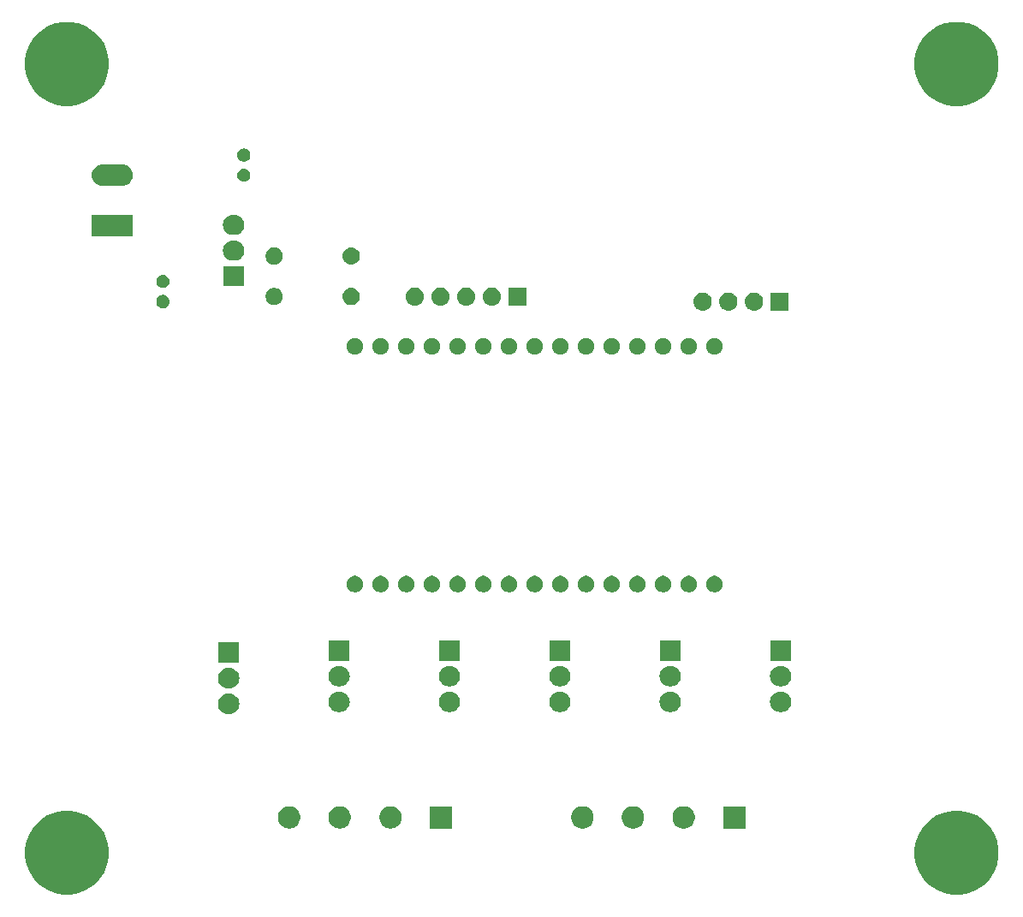
<source format=gbr>
G04 #@! TF.GenerationSoftware,KiCad,Pcbnew,5.0.2+dfsg1-1*
G04 #@! TF.CreationDate,2020-10-29T13:50:34+01:00*
G04 #@! TF.ProjectId,led_panel,6c65645f-7061-46e6-956c-2e6b69636164,rev?*
G04 #@! TF.SameCoordinates,Original*
G04 #@! TF.FileFunction,Soldermask,Bot*
G04 #@! TF.FilePolarity,Negative*
%FSLAX46Y46*%
G04 Gerber Fmt 4.6, Leading zero omitted, Abs format (unit mm)*
G04 Created by KiCad (PCBNEW 5.0.2+dfsg1-1) date Thu 29 Oct 2020 01:50:34 PM CET*
%MOMM*%
%LPD*%
G01*
G04 APERTURE LIST*
%ADD10C,0.100000*%
G04 APERTURE END LIST*
D10*
G36*
X185670511Y-115314483D02*
X186425762Y-115627318D01*
X187105475Y-116081488D01*
X187683514Y-116659527D01*
X188137684Y-117339240D01*
X188450519Y-118094491D01*
X188610001Y-118896260D01*
X188610001Y-119713742D01*
X188450519Y-120515511D01*
X188137684Y-121270762D01*
X187683514Y-121950475D01*
X187105475Y-122528514D01*
X186425762Y-122982684D01*
X185670511Y-123295519D01*
X184868742Y-123455001D01*
X184051260Y-123455001D01*
X183249491Y-123295519D01*
X182494240Y-122982684D01*
X181814527Y-122528514D01*
X181236488Y-121950475D01*
X180782318Y-121270762D01*
X180469483Y-120515511D01*
X180310001Y-119713742D01*
X180310001Y-118896260D01*
X180469483Y-118094491D01*
X180782318Y-117339240D01*
X181236488Y-116659527D01*
X181814527Y-116081488D01*
X182494240Y-115627318D01*
X183249491Y-115314483D01*
X184051260Y-115155001D01*
X184868742Y-115155001D01*
X185670511Y-115314483D01*
X185670511Y-115314483D01*
G37*
G36*
X97670511Y-115314483D02*
X98425762Y-115627318D01*
X99105475Y-116081488D01*
X99683514Y-116659527D01*
X100137684Y-117339240D01*
X100450519Y-118094491D01*
X100610001Y-118896260D01*
X100610001Y-119713742D01*
X100450519Y-120515511D01*
X100137684Y-121270762D01*
X99683514Y-121950475D01*
X99105475Y-122528514D01*
X98425762Y-122982684D01*
X97670511Y-123295519D01*
X96868742Y-123455001D01*
X96051260Y-123455001D01*
X95249491Y-123295519D01*
X94494240Y-122982684D01*
X93814527Y-122528514D01*
X93236488Y-121950475D01*
X92782318Y-121270762D01*
X92469483Y-120515511D01*
X92310001Y-119713742D01*
X92310001Y-118896260D01*
X92469483Y-118094491D01*
X92782318Y-117339240D01*
X93236488Y-116659527D01*
X93814527Y-116081488D01*
X94494240Y-115627318D01*
X95249491Y-115314483D01*
X96051260Y-115155001D01*
X96868742Y-115155001D01*
X97670511Y-115314483D01*
X97670511Y-115314483D01*
G37*
G36*
X123674795Y-114725156D02*
X123781151Y-114746312D01*
X123851991Y-114775655D01*
X123981517Y-114829306D01*
X124161851Y-114949802D01*
X124315200Y-115103151D01*
X124435696Y-115283485D01*
X124518690Y-115483852D01*
X124561001Y-115696561D01*
X124561001Y-115913441D01*
X124518690Y-116126150D01*
X124435696Y-116326517D01*
X124315200Y-116506851D01*
X124161851Y-116660200D01*
X123981517Y-116780696D01*
X123851991Y-116834347D01*
X123781151Y-116863690D01*
X123674796Y-116884845D01*
X123568441Y-116906001D01*
X123351561Y-116906001D01*
X123245206Y-116884845D01*
X123138851Y-116863690D01*
X123068011Y-116834347D01*
X122938485Y-116780696D01*
X122758151Y-116660200D01*
X122604802Y-116506851D01*
X122484306Y-116326517D01*
X122401312Y-116126150D01*
X122359001Y-115913441D01*
X122359001Y-115696561D01*
X122401312Y-115483852D01*
X122484306Y-115283485D01*
X122604802Y-115103151D01*
X122758151Y-114949802D01*
X122938485Y-114829306D01*
X123068011Y-114775655D01*
X123138851Y-114746312D01*
X123245207Y-114725156D01*
X123351561Y-114704001D01*
X123568441Y-114704001D01*
X123674795Y-114725156D01*
X123674795Y-114725156D01*
G37*
G36*
X163561001Y-116906001D02*
X161359001Y-116906001D01*
X161359001Y-114704001D01*
X163561001Y-114704001D01*
X163561001Y-116906001D01*
X163561001Y-116906001D01*
G37*
G36*
X157674795Y-114725156D02*
X157781151Y-114746312D01*
X157851991Y-114775655D01*
X157981517Y-114829306D01*
X158161851Y-114949802D01*
X158315200Y-115103151D01*
X158435696Y-115283485D01*
X158518690Y-115483852D01*
X158561001Y-115696561D01*
X158561001Y-115913441D01*
X158518690Y-116126150D01*
X158435696Y-116326517D01*
X158315200Y-116506851D01*
X158161851Y-116660200D01*
X157981517Y-116780696D01*
X157851991Y-116834347D01*
X157781151Y-116863690D01*
X157674796Y-116884845D01*
X157568441Y-116906001D01*
X157351561Y-116906001D01*
X157245206Y-116884845D01*
X157138851Y-116863690D01*
X157068011Y-116834347D01*
X156938485Y-116780696D01*
X156758151Y-116660200D01*
X156604802Y-116506851D01*
X156484306Y-116326517D01*
X156401312Y-116126150D01*
X156359001Y-115913441D01*
X156359001Y-115696561D01*
X156401312Y-115483852D01*
X156484306Y-115283485D01*
X156604802Y-115103151D01*
X156758151Y-114949802D01*
X156938485Y-114829306D01*
X157068011Y-114775655D01*
X157138851Y-114746312D01*
X157245207Y-114725156D01*
X157351561Y-114704001D01*
X157568441Y-114704001D01*
X157674795Y-114725156D01*
X157674795Y-114725156D01*
G37*
G36*
X152674795Y-114725156D02*
X152781151Y-114746312D01*
X152851991Y-114775655D01*
X152981517Y-114829306D01*
X153161851Y-114949802D01*
X153315200Y-115103151D01*
X153435696Y-115283485D01*
X153518690Y-115483852D01*
X153561001Y-115696561D01*
X153561001Y-115913441D01*
X153518690Y-116126150D01*
X153435696Y-116326517D01*
X153315200Y-116506851D01*
X153161851Y-116660200D01*
X152981517Y-116780696D01*
X152851991Y-116834347D01*
X152781151Y-116863690D01*
X152674796Y-116884845D01*
X152568441Y-116906001D01*
X152351561Y-116906001D01*
X152245206Y-116884845D01*
X152138851Y-116863690D01*
X152068011Y-116834347D01*
X151938485Y-116780696D01*
X151758151Y-116660200D01*
X151604802Y-116506851D01*
X151484306Y-116326517D01*
X151401312Y-116126150D01*
X151359001Y-115913441D01*
X151359001Y-115696561D01*
X151401312Y-115483852D01*
X151484306Y-115283485D01*
X151604802Y-115103151D01*
X151758151Y-114949802D01*
X151938485Y-114829306D01*
X152068011Y-114775655D01*
X152138851Y-114746312D01*
X152245207Y-114725156D01*
X152351561Y-114704001D01*
X152568441Y-114704001D01*
X152674795Y-114725156D01*
X152674795Y-114725156D01*
G37*
G36*
X147674795Y-114725156D02*
X147781151Y-114746312D01*
X147851991Y-114775655D01*
X147981517Y-114829306D01*
X148161851Y-114949802D01*
X148315200Y-115103151D01*
X148435696Y-115283485D01*
X148518690Y-115483852D01*
X148561001Y-115696561D01*
X148561001Y-115913441D01*
X148518690Y-116126150D01*
X148435696Y-116326517D01*
X148315200Y-116506851D01*
X148161851Y-116660200D01*
X147981517Y-116780696D01*
X147851991Y-116834347D01*
X147781151Y-116863690D01*
X147674796Y-116884845D01*
X147568441Y-116906001D01*
X147351561Y-116906001D01*
X147245206Y-116884845D01*
X147138851Y-116863690D01*
X147068011Y-116834347D01*
X146938485Y-116780696D01*
X146758151Y-116660200D01*
X146604802Y-116506851D01*
X146484306Y-116326517D01*
X146401312Y-116126150D01*
X146359001Y-115913441D01*
X146359001Y-115696561D01*
X146401312Y-115483852D01*
X146484306Y-115283485D01*
X146604802Y-115103151D01*
X146758151Y-114949802D01*
X146938485Y-114829306D01*
X147068011Y-114775655D01*
X147138851Y-114746312D01*
X147245207Y-114725156D01*
X147351561Y-114704001D01*
X147568441Y-114704001D01*
X147674795Y-114725156D01*
X147674795Y-114725156D01*
G37*
G36*
X134561001Y-116906001D02*
X132359001Y-116906001D01*
X132359001Y-114704001D01*
X134561001Y-114704001D01*
X134561001Y-116906001D01*
X134561001Y-116906001D01*
G37*
G36*
X128674795Y-114725156D02*
X128781151Y-114746312D01*
X128851991Y-114775655D01*
X128981517Y-114829306D01*
X129161851Y-114949802D01*
X129315200Y-115103151D01*
X129435696Y-115283485D01*
X129518690Y-115483852D01*
X129561001Y-115696561D01*
X129561001Y-115913441D01*
X129518690Y-116126150D01*
X129435696Y-116326517D01*
X129315200Y-116506851D01*
X129161851Y-116660200D01*
X128981517Y-116780696D01*
X128851991Y-116834347D01*
X128781151Y-116863690D01*
X128674796Y-116884845D01*
X128568441Y-116906001D01*
X128351561Y-116906001D01*
X128245206Y-116884845D01*
X128138851Y-116863690D01*
X128068011Y-116834347D01*
X127938485Y-116780696D01*
X127758151Y-116660200D01*
X127604802Y-116506851D01*
X127484306Y-116326517D01*
X127401312Y-116126150D01*
X127359001Y-115913441D01*
X127359001Y-115696561D01*
X127401312Y-115483852D01*
X127484306Y-115283485D01*
X127604802Y-115103151D01*
X127758151Y-114949802D01*
X127938485Y-114829306D01*
X128068011Y-114775655D01*
X128138851Y-114746312D01*
X128245207Y-114725156D01*
X128351561Y-114704001D01*
X128568441Y-114704001D01*
X128674795Y-114725156D01*
X128674795Y-114725156D01*
G37*
G36*
X118674795Y-114725156D02*
X118781151Y-114746312D01*
X118851991Y-114775655D01*
X118981517Y-114829306D01*
X119161851Y-114949802D01*
X119315200Y-115103151D01*
X119435696Y-115283485D01*
X119518690Y-115483852D01*
X119561001Y-115696561D01*
X119561001Y-115913441D01*
X119518690Y-116126150D01*
X119435696Y-116326517D01*
X119315200Y-116506851D01*
X119161851Y-116660200D01*
X118981517Y-116780696D01*
X118851991Y-116834347D01*
X118781151Y-116863690D01*
X118674796Y-116884845D01*
X118568441Y-116906001D01*
X118351561Y-116906001D01*
X118245206Y-116884845D01*
X118138851Y-116863690D01*
X118068011Y-116834347D01*
X117938485Y-116780696D01*
X117758151Y-116660200D01*
X117604802Y-116506851D01*
X117484306Y-116326517D01*
X117401312Y-116126150D01*
X117359001Y-115913441D01*
X117359001Y-115696561D01*
X117401312Y-115483852D01*
X117484306Y-115283485D01*
X117604802Y-115103151D01*
X117758151Y-114949802D01*
X117938485Y-114829306D01*
X118068011Y-114775655D01*
X118138851Y-114746312D01*
X118245207Y-114725156D01*
X118351561Y-114704001D01*
X118568441Y-114704001D01*
X118674795Y-114725156D01*
X118674795Y-114725156D01*
G37*
G36*
X112615765Y-103587309D02*
X112704221Y-103596021D01*
X112893382Y-103653402D01*
X113067713Y-103746584D01*
X113220516Y-103871986D01*
X113345918Y-104024789D01*
X113439100Y-104199120D01*
X113496481Y-104388281D01*
X113515856Y-104585001D01*
X113496481Y-104781721D01*
X113439100Y-104970882D01*
X113345918Y-105145213D01*
X113220516Y-105298016D01*
X113067713Y-105423418D01*
X112893382Y-105516600D01*
X112704221Y-105573981D01*
X112615765Y-105582693D01*
X112556797Y-105588501D01*
X112363205Y-105588501D01*
X112304237Y-105582693D01*
X112215781Y-105573981D01*
X112026620Y-105516600D01*
X111852289Y-105423418D01*
X111699486Y-105298016D01*
X111574084Y-105145213D01*
X111480902Y-104970882D01*
X111423521Y-104781721D01*
X111404146Y-104585001D01*
X111423521Y-104388281D01*
X111480902Y-104199120D01*
X111574084Y-104024789D01*
X111699486Y-103871986D01*
X111852289Y-103746584D01*
X112026620Y-103653402D01*
X112215781Y-103596021D01*
X112304237Y-103587309D01*
X112363205Y-103581501D01*
X112556797Y-103581501D01*
X112615765Y-103587309D01*
X112615765Y-103587309D01*
G37*
G36*
X167215765Y-103387309D02*
X167304221Y-103396021D01*
X167493382Y-103453402D01*
X167667713Y-103546584D01*
X167820516Y-103671986D01*
X167945918Y-103824789D01*
X168039100Y-103999120D01*
X168096481Y-104188281D01*
X168115856Y-104385001D01*
X168096481Y-104581721D01*
X168039100Y-104770882D01*
X167945918Y-104945213D01*
X167820516Y-105098016D01*
X167667713Y-105223418D01*
X167493382Y-105316600D01*
X167304221Y-105373981D01*
X167215765Y-105382693D01*
X167156797Y-105388501D01*
X166963205Y-105388501D01*
X166904237Y-105382693D01*
X166815781Y-105373981D01*
X166626620Y-105316600D01*
X166452289Y-105223418D01*
X166299486Y-105098016D01*
X166174084Y-104945213D01*
X166080902Y-104770882D01*
X166023521Y-104581721D01*
X166004146Y-104385001D01*
X166023521Y-104188281D01*
X166080902Y-103999120D01*
X166174084Y-103824789D01*
X166299486Y-103671986D01*
X166452289Y-103546584D01*
X166626620Y-103453402D01*
X166815781Y-103396021D01*
X166904237Y-103387309D01*
X166963205Y-103381501D01*
X167156797Y-103381501D01*
X167215765Y-103387309D01*
X167215765Y-103387309D01*
G37*
G36*
X145375765Y-103387309D02*
X145464221Y-103396021D01*
X145653382Y-103453402D01*
X145827713Y-103546584D01*
X145980516Y-103671986D01*
X146105918Y-103824789D01*
X146199100Y-103999120D01*
X146256481Y-104188281D01*
X146275856Y-104385001D01*
X146256481Y-104581721D01*
X146199100Y-104770882D01*
X146105918Y-104945213D01*
X145980516Y-105098016D01*
X145827713Y-105223418D01*
X145653382Y-105316600D01*
X145464221Y-105373981D01*
X145375765Y-105382693D01*
X145316797Y-105388501D01*
X145123205Y-105388501D01*
X145064237Y-105382693D01*
X144975781Y-105373981D01*
X144786620Y-105316600D01*
X144612289Y-105223418D01*
X144459486Y-105098016D01*
X144334084Y-104945213D01*
X144240902Y-104770882D01*
X144183521Y-104581721D01*
X144164146Y-104385001D01*
X144183521Y-104188281D01*
X144240902Y-103999120D01*
X144334084Y-103824789D01*
X144459486Y-103671986D01*
X144612289Y-103546584D01*
X144786620Y-103453402D01*
X144975781Y-103396021D01*
X145064237Y-103387309D01*
X145123205Y-103381501D01*
X145316797Y-103381501D01*
X145375765Y-103387309D01*
X145375765Y-103387309D01*
G37*
G36*
X156295765Y-103387309D02*
X156384221Y-103396021D01*
X156573382Y-103453402D01*
X156747713Y-103546584D01*
X156900516Y-103671986D01*
X157025918Y-103824789D01*
X157119100Y-103999120D01*
X157176481Y-104188281D01*
X157195856Y-104385001D01*
X157176481Y-104581721D01*
X157119100Y-104770882D01*
X157025918Y-104945213D01*
X156900516Y-105098016D01*
X156747713Y-105223418D01*
X156573382Y-105316600D01*
X156384221Y-105373981D01*
X156295765Y-105382693D01*
X156236797Y-105388501D01*
X156043205Y-105388501D01*
X155984237Y-105382693D01*
X155895781Y-105373981D01*
X155706620Y-105316600D01*
X155532289Y-105223418D01*
X155379486Y-105098016D01*
X155254084Y-104945213D01*
X155160902Y-104770882D01*
X155103521Y-104581721D01*
X155084146Y-104385001D01*
X155103521Y-104188281D01*
X155160902Y-103999120D01*
X155254084Y-103824789D01*
X155379486Y-103671986D01*
X155532289Y-103546584D01*
X155706620Y-103453402D01*
X155895781Y-103396021D01*
X155984237Y-103387309D01*
X156043205Y-103381501D01*
X156236797Y-103381501D01*
X156295765Y-103387309D01*
X156295765Y-103387309D01*
G37*
G36*
X134455765Y-103387309D02*
X134544221Y-103396021D01*
X134733382Y-103453402D01*
X134907713Y-103546584D01*
X135060516Y-103671986D01*
X135185918Y-103824789D01*
X135279100Y-103999120D01*
X135336481Y-104188281D01*
X135355856Y-104385001D01*
X135336481Y-104581721D01*
X135279100Y-104770882D01*
X135185918Y-104945213D01*
X135060516Y-105098016D01*
X134907713Y-105223418D01*
X134733382Y-105316600D01*
X134544221Y-105373981D01*
X134455765Y-105382693D01*
X134396797Y-105388501D01*
X134203205Y-105388501D01*
X134144237Y-105382693D01*
X134055781Y-105373981D01*
X133866620Y-105316600D01*
X133692289Y-105223418D01*
X133539486Y-105098016D01*
X133414084Y-104945213D01*
X133320902Y-104770882D01*
X133263521Y-104581721D01*
X133244146Y-104385001D01*
X133263521Y-104188281D01*
X133320902Y-103999120D01*
X133414084Y-103824789D01*
X133539486Y-103671986D01*
X133692289Y-103546584D01*
X133866620Y-103453402D01*
X134055781Y-103396021D01*
X134144237Y-103387309D01*
X134203205Y-103381501D01*
X134396797Y-103381501D01*
X134455765Y-103387309D01*
X134455765Y-103387309D01*
G37*
G36*
X123535765Y-103387309D02*
X123624221Y-103396021D01*
X123813382Y-103453402D01*
X123987713Y-103546584D01*
X124140516Y-103671986D01*
X124265918Y-103824789D01*
X124359100Y-103999120D01*
X124416481Y-104188281D01*
X124435856Y-104385001D01*
X124416481Y-104581721D01*
X124359100Y-104770882D01*
X124265918Y-104945213D01*
X124140516Y-105098016D01*
X123987713Y-105223418D01*
X123813382Y-105316600D01*
X123624221Y-105373981D01*
X123535765Y-105382693D01*
X123476797Y-105388501D01*
X123283205Y-105388501D01*
X123224237Y-105382693D01*
X123135781Y-105373981D01*
X122946620Y-105316600D01*
X122772289Y-105223418D01*
X122619486Y-105098016D01*
X122494084Y-104945213D01*
X122400902Y-104770882D01*
X122343521Y-104581721D01*
X122324146Y-104385001D01*
X122343521Y-104188281D01*
X122400902Y-103999120D01*
X122494084Y-103824789D01*
X122619486Y-103671986D01*
X122772289Y-103546584D01*
X122946620Y-103453402D01*
X123135781Y-103396021D01*
X123224237Y-103387309D01*
X123283205Y-103381501D01*
X123476797Y-103381501D01*
X123535765Y-103387309D01*
X123535765Y-103387309D01*
G37*
G36*
X112615765Y-101047309D02*
X112704221Y-101056021D01*
X112893382Y-101113402D01*
X113067713Y-101206584D01*
X113220516Y-101331986D01*
X113345918Y-101484789D01*
X113439100Y-101659120D01*
X113496481Y-101848281D01*
X113515856Y-102045001D01*
X113496481Y-102241721D01*
X113439100Y-102430882D01*
X113345918Y-102605213D01*
X113220516Y-102758016D01*
X113067713Y-102883418D01*
X112893382Y-102976600D01*
X112704221Y-103033981D01*
X112615765Y-103042693D01*
X112556797Y-103048501D01*
X112363205Y-103048501D01*
X112304237Y-103042693D01*
X112215781Y-103033981D01*
X112026620Y-102976600D01*
X111852289Y-102883418D01*
X111699486Y-102758016D01*
X111574084Y-102605213D01*
X111480902Y-102430882D01*
X111423521Y-102241721D01*
X111404146Y-102045001D01*
X111423521Y-101848281D01*
X111480902Y-101659120D01*
X111574084Y-101484789D01*
X111699486Y-101331986D01*
X111852289Y-101206584D01*
X112026620Y-101113402D01*
X112215781Y-101056021D01*
X112304237Y-101047309D01*
X112363205Y-101041501D01*
X112556797Y-101041501D01*
X112615765Y-101047309D01*
X112615765Y-101047309D01*
G37*
G36*
X145375765Y-100847309D02*
X145464221Y-100856021D01*
X145653382Y-100913402D01*
X145827713Y-101006584D01*
X145980516Y-101131986D01*
X146105918Y-101284789D01*
X146199100Y-101459120D01*
X146256481Y-101648281D01*
X146275856Y-101845001D01*
X146256481Y-102041721D01*
X146199100Y-102230882D01*
X146105918Y-102405213D01*
X145980516Y-102558016D01*
X145827713Y-102683418D01*
X145653382Y-102776600D01*
X145464221Y-102833981D01*
X145375765Y-102842693D01*
X145316797Y-102848501D01*
X145123205Y-102848501D01*
X145064237Y-102842693D01*
X144975781Y-102833981D01*
X144786620Y-102776600D01*
X144612289Y-102683418D01*
X144459486Y-102558016D01*
X144334084Y-102405213D01*
X144240902Y-102230882D01*
X144183521Y-102041721D01*
X144164146Y-101845001D01*
X144183521Y-101648281D01*
X144240902Y-101459120D01*
X144334084Y-101284789D01*
X144459486Y-101131986D01*
X144612289Y-101006584D01*
X144786620Y-100913402D01*
X144975781Y-100856021D01*
X145064237Y-100847309D01*
X145123205Y-100841501D01*
X145316797Y-100841501D01*
X145375765Y-100847309D01*
X145375765Y-100847309D01*
G37*
G36*
X156295765Y-100847309D02*
X156384221Y-100856021D01*
X156573382Y-100913402D01*
X156747713Y-101006584D01*
X156900516Y-101131986D01*
X157025918Y-101284789D01*
X157119100Y-101459120D01*
X157176481Y-101648281D01*
X157195856Y-101845001D01*
X157176481Y-102041721D01*
X157119100Y-102230882D01*
X157025918Y-102405213D01*
X156900516Y-102558016D01*
X156747713Y-102683418D01*
X156573382Y-102776600D01*
X156384221Y-102833981D01*
X156295765Y-102842693D01*
X156236797Y-102848501D01*
X156043205Y-102848501D01*
X155984237Y-102842693D01*
X155895781Y-102833981D01*
X155706620Y-102776600D01*
X155532289Y-102683418D01*
X155379486Y-102558016D01*
X155254084Y-102405213D01*
X155160902Y-102230882D01*
X155103521Y-102041721D01*
X155084146Y-101845001D01*
X155103521Y-101648281D01*
X155160902Y-101459120D01*
X155254084Y-101284789D01*
X155379486Y-101131986D01*
X155532289Y-101006584D01*
X155706620Y-100913402D01*
X155895781Y-100856021D01*
X155984237Y-100847309D01*
X156043205Y-100841501D01*
X156236797Y-100841501D01*
X156295765Y-100847309D01*
X156295765Y-100847309D01*
G37*
G36*
X134455765Y-100847309D02*
X134544221Y-100856021D01*
X134733382Y-100913402D01*
X134907713Y-101006584D01*
X135060516Y-101131986D01*
X135185918Y-101284789D01*
X135279100Y-101459120D01*
X135336481Y-101648281D01*
X135355856Y-101845001D01*
X135336481Y-102041721D01*
X135279100Y-102230882D01*
X135185918Y-102405213D01*
X135060516Y-102558016D01*
X134907713Y-102683418D01*
X134733382Y-102776600D01*
X134544221Y-102833981D01*
X134455765Y-102842693D01*
X134396797Y-102848501D01*
X134203205Y-102848501D01*
X134144237Y-102842693D01*
X134055781Y-102833981D01*
X133866620Y-102776600D01*
X133692289Y-102683418D01*
X133539486Y-102558016D01*
X133414084Y-102405213D01*
X133320902Y-102230882D01*
X133263521Y-102041721D01*
X133244146Y-101845001D01*
X133263521Y-101648281D01*
X133320902Y-101459120D01*
X133414084Y-101284789D01*
X133539486Y-101131986D01*
X133692289Y-101006584D01*
X133866620Y-100913402D01*
X134055781Y-100856021D01*
X134144237Y-100847309D01*
X134203205Y-100841501D01*
X134396797Y-100841501D01*
X134455765Y-100847309D01*
X134455765Y-100847309D01*
G37*
G36*
X167215765Y-100847309D02*
X167304221Y-100856021D01*
X167493382Y-100913402D01*
X167667713Y-101006584D01*
X167820516Y-101131986D01*
X167945918Y-101284789D01*
X168039100Y-101459120D01*
X168096481Y-101648281D01*
X168115856Y-101845001D01*
X168096481Y-102041721D01*
X168039100Y-102230882D01*
X167945918Y-102405213D01*
X167820516Y-102558016D01*
X167667713Y-102683418D01*
X167493382Y-102776600D01*
X167304221Y-102833981D01*
X167215765Y-102842693D01*
X167156797Y-102848501D01*
X166963205Y-102848501D01*
X166904237Y-102842693D01*
X166815781Y-102833981D01*
X166626620Y-102776600D01*
X166452289Y-102683418D01*
X166299486Y-102558016D01*
X166174084Y-102405213D01*
X166080902Y-102230882D01*
X166023521Y-102041721D01*
X166004146Y-101845001D01*
X166023521Y-101648281D01*
X166080902Y-101459120D01*
X166174084Y-101284789D01*
X166299486Y-101131986D01*
X166452289Y-101006584D01*
X166626620Y-100913402D01*
X166815781Y-100856021D01*
X166904237Y-100847309D01*
X166963205Y-100841501D01*
X167156797Y-100841501D01*
X167215765Y-100847309D01*
X167215765Y-100847309D01*
G37*
G36*
X123535765Y-100847309D02*
X123624221Y-100856021D01*
X123813382Y-100913402D01*
X123987713Y-101006584D01*
X124140516Y-101131986D01*
X124265918Y-101284789D01*
X124359100Y-101459120D01*
X124416481Y-101648281D01*
X124435856Y-101845001D01*
X124416481Y-102041721D01*
X124359100Y-102230882D01*
X124265918Y-102405213D01*
X124140516Y-102558016D01*
X123987713Y-102683418D01*
X123813382Y-102776600D01*
X123624221Y-102833981D01*
X123535765Y-102842693D01*
X123476797Y-102848501D01*
X123283205Y-102848501D01*
X123224237Y-102842693D01*
X123135781Y-102833981D01*
X122946620Y-102776600D01*
X122772289Y-102683418D01*
X122619486Y-102558016D01*
X122494084Y-102405213D01*
X122400902Y-102230882D01*
X122343521Y-102041721D01*
X122324146Y-101845001D01*
X122343521Y-101648281D01*
X122400902Y-101459120D01*
X122494084Y-101284789D01*
X122619486Y-101131986D01*
X122772289Y-101006584D01*
X122946620Y-100913402D01*
X123135781Y-100856021D01*
X123224237Y-100847309D01*
X123283205Y-100841501D01*
X123476797Y-100841501D01*
X123535765Y-100847309D01*
X123535765Y-100847309D01*
G37*
G36*
X113511001Y-100508501D02*
X111409001Y-100508501D01*
X111409001Y-98501501D01*
X113511001Y-98501501D01*
X113511001Y-100508501D01*
X113511001Y-100508501D01*
G37*
G36*
X146271001Y-100308501D02*
X144169001Y-100308501D01*
X144169001Y-98301501D01*
X146271001Y-98301501D01*
X146271001Y-100308501D01*
X146271001Y-100308501D01*
G37*
G36*
X168111001Y-100308501D02*
X166009001Y-100308501D01*
X166009001Y-98301501D01*
X168111001Y-98301501D01*
X168111001Y-100308501D01*
X168111001Y-100308501D01*
G37*
G36*
X157191001Y-100308501D02*
X155089001Y-100308501D01*
X155089001Y-98301501D01*
X157191001Y-98301501D01*
X157191001Y-100308501D01*
X157191001Y-100308501D01*
G37*
G36*
X124431001Y-100308501D02*
X122329001Y-100308501D01*
X122329001Y-98301501D01*
X124431001Y-98301501D01*
X124431001Y-100308501D01*
X124431001Y-100308501D01*
G37*
G36*
X135351001Y-100308501D02*
X133249001Y-100308501D01*
X133249001Y-98301501D01*
X135351001Y-98301501D01*
X135351001Y-100308501D01*
X135351001Y-100308501D01*
G37*
G36*
X160747143Y-91953243D02*
X160895103Y-92014531D01*
X161028259Y-92103503D01*
X161141499Y-92216743D01*
X161230471Y-92349899D01*
X161291759Y-92497859D01*
X161323001Y-92654926D01*
X161323001Y-92815076D01*
X161291759Y-92972143D01*
X161230471Y-93120103D01*
X161141499Y-93253259D01*
X161028259Y-93366499D01*
X160895103Y-93455471D01*
X160747143Y-93516759D01*
X160590076Y-93548001D01*
X160429926Y-93548001D01*
X160272859Y-93516759D01*
X160124899Y-93455471D01*
X159991743Y-93366499D01*
X159878503Y-93253259D01*
X159789531Y-93120103D01*
X159728243Y-92972143D01*
X159697001Y-92815076D01*
X159697001Y-92654926D01*
X159728243Y-92497859D01*
X159789531Y-92349899D01*
X159878503Y-92216743D01*
X159991743Y-92103503D01*
X160124899Y-92014531D01*
X160272859Y-91953243D01*
X160429926Y-91922001D01*
X160590076Y-91922001D01*
X160747143Y-91953243D01*
X160747143Y-91953243D01*
G37*
G36*
X158207143Y-91953243D02*
X158355103Y-92014531D01*
X158488259Y-92103503D01*
X158601499Y-92216743D01*
X158690471Y-92349899D01*
X158751759Y-92497859D01*
X158783001Y-92654926D01*
X158783001Y-92815076D01*
X158751759Y-92972143D01*
X158690471Y-93120103D01*
X158601499Y-93253259D01*
X158488259Y-93366499D01*
X158355103Y-93455471D01*
X158207143Y-93516759D01*
X158050076Y-93548001D01*
X157889926Y-93548001D01*
X157732859Y-93516759D01*
X157584899Y-93455471D01*
X157451743Y-93366499D01*
X157338503Y-93253259D01*
X157249531Y-93120103D01*
X157188243Y-92972143D01*
X157157001Y-92815076D01*
X157157001Y-92654926D01*
X157188243Y-92497859D01*
X157249531Y-92349899D01*
X157338503Y-92216743D01*
X157451743Y-92103503D01*
X157584899Y-92014531D01*
X157732859Y-91953243D01*
X157889926Y-91922001D01*
X158050076Y-91922001D01*
X158207143Y-91953243D01*
X158207143Y-91953243D01*
G37*
G36*
X155667143Y-91953243D02*
X155815103Y-92014531D01*
X155948259Y-92103503D01*
X156061499Y-92216743D01*
X156150471Y-92349899D01*
X156211759Y-92497859D01*
X156243001Y-92654926D01*
X156243001Y-92815076D01*
X156211759Y-92972143D01*
X156150471Y-93120103D01*
X156061499Y-93253259D01*
X155948259Y-93366499D01*
X155815103Y-93455471D01*
X155667143Y-93516759D01*
X155510076Y-93548001D01*
X155349926Y-93548001D01*
X155192859Y-93516759D01*
X155044899Y-93455471D01*
X154911743Y-93366499D01*
X154798503Y-93253259D01*
X154709531Y-93120103D01*
X154648243Y-92972143D01*
X154617001Y-92815076D01*
X154617001Y-92654926D01*
X154648243Y-92497859D01*
X154709531Y-92349899D01*
X154798503Y-92216743D01*
X154911743Y-92103503D01*
X155044899Y-92014531D01*
X155192859Y-91953243D01*
X155349926Y-91922001D01*
X155510076Y-91922001D01*
X155667143Y-91953243D01*
X155667143Y-91953243D01*
G37*
G36*
X153127143Y-91953243D02*
X153275103Y-92014531D01*
X153408259Y-92103503D01*
X153521499Y-92216743D01*
X153610471Y-92349899D01*
X153671759Y-92497859D01*
X153703001Y-92654926D01*
X153703001Y-92815076D01*
X153671759Y-92972143D01*
X153610471Y-93120103D01*
X153521499Y-93253259D01*
X153408259Y-93366499D01*
X153275103Y-93455471D01*
X153127143Y-93516759D01*
X152970076Y-93548001D01*
X152809926Y-93548001D01*
X152652859Y-93516759D01*
X152504899Y-93455471D01*
X152371743Y-93366499D01*
X152258503Y-93253259D01*
X152169531Y-93120103D01*
X152108243Y-92972143D01*
X152077001Y-92815076D01*
X152077001Y-92654926D01*
X152108243Y-92497859D01*
X152169531Y-92349899D01*
X152258503Y-92216743D01*
X152371743Y-92103503D01*
X152504899Y-92014531D01*
X152652859Y-91953243D01*
X152809926Y-91922001D01*
X152970076Y-91922001D01*
X153127143Y-91953243D01*
X153127143Y-91953243D01*
G37*
G36*
X150587143Y-91953243D02*
X150735103Y-92014531D01*
X150868259Y-92103503D01*
X150981499Y-92216743D01*
X151070471Y-92349899D01*
X151131759Y-92497859D01*
X151163001Y-92654926D01*
X151163001Y-92815076D01*
X151131759Y-92972143D01*
X151070471Y-93120103D01*
X150981499Y-93253259D01*
X150868259Y-93366499D01*
X150735103Y-93455471D01*
X150587143Y-93516759D01*
X150430076Y-93548001D01*
X150269926Y-93548001D01*
X150112859Y-93516759D01*
X149964899Y-93455471D01*
X149831743Y-93366499D01*
X149718503Y-93253259D01*
X149629531Y-93120103D01*
X149568243Y-92972143D01*
X149537001Y-92815076D01*
X149537001Y-92654926D01*
X149568243Y-92497859D01*
X149629531Y-92349899D01*
X149718503Y-92216743D01*
X149831743Y-92103503D01*
X149964899Y-92014531D01*
X150112859Y-91953243D01*
X150269926Y-91922001D01*
X150430076Y-91922001D01*
X150587143Y-91953243D01*
X150587143Y-91953243D01*
G37*
G36*
X145507143Y-91953243D02*
X145655103Y-92014531D01*
X145788259Y-92103503D01*
X145901499Y-92216743D01*
X145990471Y-92349899D01*
X146051759Y-92497859D01*
X146083001Y-92654926D01*
X146083001Y-92815076D01*
X146051759Y-92972143D01*
X145990471Y-93120103D01*
X145901499Y-93253259D01*
X145788259Y-93366499D01*
X145655103Y-93455471D01*
X145507143Y-93516759D01*
X145350076Y-93548001D01*
X145189926Y-93548001D01*
X145032859Y-93516759D01*
X144884899Y-93455471D01*
X144751743Y-93366499D01*
X144638503Y-93253259D01*
X144549531Y-93120103D01*
X144488243Y-92972143D01*
X144457001Y-92815076D01*
X144457001Y-92654926D01*
X144488243Y-92497859D01*
X144549531Y-92349899D01*
X144638503Y-92216743D01*
X144751743Y-92103503D01*
X144884899Y-92014531D01*
X145032859Y-91953243D01*
X145189926Y-91922001D01*
X145350076Y-91922001D01*
X145507143Y-91953243D01*
X145507143Y-91953243D01*
G37*
G36*
X148047143Y-91953243D02*
X148195103Y-92014531D01*
X148328259Y-92103503D01*
X148441499Y-92216743D01*
X148530471Y-92349899D01*
X148591759Y-92497859D01*
X148623001Y-92654926D01*
X148623001Y-92815076D01*
X148591759Y-92972143D01*
X148530471Y-93120103D01*
X148441499Y-93253259D01*
X148328259Y-93366499D01*
X148195103Y-93455471D01*
X148047143Y-93516759D01*
X147890076Y-93548001D01*
X147729926Y-93548001D01*
X147572859Y-93516759D01*
X147424899Y-93455471D01*
X147291743Y-93366499D01*
X147178503Y-93253259D01*
X147089531Y-93120103D01*
X147028243Y-92972143D01*
X146997001Y-92815076D01*
X146997001Y-92654926D01*
X147028243Y-92497859D01*
X147089531Y-92349899D01*
X147178503Y-92216743D01*
X147291743Y-92103503D01*
X147424899Y-92014531D01*
X147572859Y-91953243D01*
X147729926Y-91922001D01*
X147890076Y-91922001D01*
X148047143Y-91953243D01*
X148047143Y-91953243D01*
G37*
G36*
X130267143Y-91953243D02*
X130415103Y-92014531D01*
X130548259Y-92103503D01*
X130661499Y-92216743D01*
X130750471Y-92349899D01*
X130811759Y-92497859D01*
X130843001Y-92654926D01*
X130843001Y-92815076D01*
X130811759Y-92972143D01*
X130750471Y-93120103D01*
X130661499Y-93253259D01*
X130548259Y-93366499D01*
X130415103Y-93455471D01*
X130267143Y-93516759D01*
X130110076Y-93548001D01*
X129949926Y-93548001D01*
X129792859Y-93516759D01*
X129644899Y-93455471D01*
X129511743Y-93366499D01*
X129398503Y-93253259D01*
X129309531Y-93120103D01*
X129248243Y-92972143D01*
X129217001Y-92815076D01*
X129217001Y-92654926D01*
X129248243Y-92497859D01*
X129309531Y-92349899D01*
X129398503Y-92216743D01*
X129511743Y-92103503D01*
X129644899Y-92014531D01*
X129792859Y-91953243D01*
X129949926Y-91922001D01*
X130110076Y-91922001D01*
X130267143Y-91953243D01*
X130267143Y-91953243D01*
G37*
G36*
X132807143Y-91953243D02*
X132955103Y-92014531D01*
X133088259Y-92103503D01*
X133201499Y-92216743D01*
X133290471Y-92349899D01*
X133351759Y-92497859D01*
X133383001Y-92654926D01*
X133383001Y-92815076D01*
X133351759Y-92972143D01*
X133290471Y-93120103D01*
X133201499Y-93253259D01*
X133088259Y-93366499D01*
X132955103Y-93455471D01*
X132807143Y-93516759D01*
X132650076Y-93548001D01*
X132489926Y-93548001D01*
X132332859Y-93516759D01*
X132184899Y-93455471D01*
X132051743Y-93366499D01*
X131938503Y-93253259D01*
X131849531Y-93120103D01*
X131788243Y-92972143D01*
X131757001Y-92815076D01*
X131757001Y-92654926D01*
X131788243Y-92497859D01*
X131849531Y-92349899D01*
X131938503Y-92216743D01*
X132051743Y-92103503D01*
X132184899Y-92014531D01*
X132332859Y-91953243D01*
X132489926Y-91922001D01*
X132650076Y-91922001D01*
X132807143Y-91953243D01*
X132807143Y-91953243D01*
G37*
G36*
X135347143Y-91953243D02*
X135495103Y-92014531D01*
X135628259Y-92103503D01*
X135741499Y-92216743D01*
X135830471Y-92349899D01*
X135891759Y-92497859D01*
X135923001Y-92654926D01*
X135923001Y-92815076D01*
X135891759Y-92972143D01*
X135830471Y-93120103D01*
X135741499Y-93253259D01*
X135628259Y-93366499D01*
X135495103Y-93455471D01*
X135347143Y-93516759D01*
X135190076Y-93548001D01*
X135029926Y-93548001D01*
X134872859Y-93516759D01*
X134724899Y-93455471D01*
X134591743Y-93366499D01*
X134478503Y-93253259D01*
X134389531Y-93120103D01*
X134328243Y-92972143D01*
X134297001Y-92815076D01*
X134297001Y-92654926D01*
X134328243Y-92497859D01*
X134389531Y-92349899D01*
X134478503Y-92216743D01*
X134591743Y-92103503D01*
X134724899Y-92014531D01*
X134872859Y-91953243D01*
X135029926Y-91922001D01*
X135190076Y-91922001D01*
X135347143Y-91953243D01*
X135347143Y-91953243D01*
G37*
G36*
X137887143Y-91953243D02*
X138035103Y-92014531D01*
X138168259Y-92103503D01*
X138281499Y-92216743D01*
X138370471Y-92349899D01*
X138431759Y-92497859D01*
X138463001Y-92654926D01*
X138463001Y-92815076D01*
X138431759Y-92972143D01*
X138370471Y-93120103D01*
X138281499Y-93253259D01*
X138168259Y-93366499D01*
X138035103Y-93455471D01*
X137887143Y-93516759D01*
X137730076Y-93548001D01*
X137569926Y-93548001D01*
X137412859Y-93516759D01*
X137264899Y-93455471D01*
X137131743Y-93366499D01*
X137018503Y-93253259D01*
X136929531Y-93120103D01*
X136868243Y-92972143D01*
X136837001Y-92815076D01*
X136837001Y-92654926D01*
X136868243Y-92497859D01*
X136929531Y-92349899D01*
X137018503Y-92216743D01*
X137131743Y-92103503D01*
X137264899Y-92014531D01*
X137412859Y-91953243D01*
X137569926Y-91922001D01*
X137730076Y-91922001D01*
X137887143Y-91953243D01*
X137887143Y-91953243D01*
G37*
G36*
X140427143Y-91953243D02*
X140575103Y-92014531D01*
X140708259Y-92103503D01*
X140821499Y-92216743D01*
X140910471Y-92349899D01*
X140971759Y-92497859D01*
X141003001Y-92654926D01*
X141003001Y-92815076D01*
X140971759Y-92972143D01*
X140910471Y-93120103D01*
X140821499Y-93253259D01*
X140708259Y-93366499D01*
X140575103Y-93455471D01*
X140427143Y-93516759D01*
X140270076Y-93548001D01*
X140109926Y-93548001D01*
X139952859Y-93516759D01*
X139804899Y-93455471D01*
X139671743Y-93366499D01*
X139558503Y-93253259D01*
X139469531Y-93120103D01*
X139408243Y-92972143D01*
X139377001Y-92815076D01*
X139377001Y-92654926D01*
X139408243Y-92497859D01*
X139469531Y-92349899D01*
X139558503Y-92216743D01*
X139671743Y-92103503D01*
X139804899Y-92014531D01*
X139952859Y-91953243D01*
X140109926Y-91922001D01*
X140270076Y-91922001D01*
X140427143Y-91953243D01*
X140427143Y-91953243D01*
G37*
G36*
X142967143Y-91953243D02*
X143115103Y-92014531D01*
X143248259Y-92103503D01*
X143361499Y-92216743D01*
X143450471Y-92349899D01*
X143511759Y-92497859D01*
X143543001Y-92654926D01*
X143543001Y-92815076D01*
X143511759Y-92972143D01*
X143450471Y-93120103D01*
X143361499Y-93253259D01*
X143248259Y-93366499D01*
X143115103Y-93455471D01*
X142967143Y-93516759D01*
X142810076Y-93548001D01*
X142649926Y-93548001D01*
X142492859Y-93516759D01*
X142344899Y-93455471D01*
X142211743Y-93366499D01*
X142098503Y-93253259D01*
X142009531Y-93120103D01*
X141948243Y-92972143D01*
X141917001Y-92815076D01*
X141917001Y-92654926D01*
X141948243Y-92497859D01*
X142009531Y-92349899D01*
X142098503Y-92216743D01*
X142211743Y-92103503D01*
X142344899Y-92014531D01*
X142492859Y-91953243D01*
X142649926Y-91922001D01*
X142810076Y-91922001D01*
X142967143Y-91953243D01*
X142967143Y-91953243D01*
G37*
G36*
X125187143Y-91953243D02*
X125335103Y-92014531D01*
X125468259Y-92103503D01*
X125581499Y-92216743D01*
X125670471Y-92349899D01*
X125731759Y-92497859D01*
X125763001Y-92654926D01*
X125763001Y-92815076D01*
X125731759Y-92972143D01*
X125670471Y-93120103D01*
X125581499Y-93253259D01*
X125468259Y-93366499D01*
X125335103Y-93455471D01*
X125187143Y-93516759D01*
X125030076Y-93548001D01*
X124869926Y-93548001D01*
X124712859Y-93516759D01*
X124564899Y-93455471D01*
X124431743Y-93366499D01*
X124318503Y-93253259D01*
X124229531Y-93120103D01*
X124168243Y-92972143D01*
X124137001Y-92815076D01*
X124137001Y-92654926D01*
X124168243Y-92497859D01*
X124229531Y-92349899D01*
X124318503Y-92216743D01*
X124431743Y-92103503D01*
X124564899Y-92014531D01*
X124712859Y-91953243D01*
X124869926Y-91922001D01*
X125030076Y-91922001D01*
X125187143Y-91953243D01*
X125187143Y-91953243D01*
G37*
G36*
X127727143Y-91953243D02*
X127875103Y-92014531D01*
X128008259Y-92103503D01*
X128121499Y-92216743D01*
X128210471Y-92349899D01*
X128271759Y-92497859D01*
X128303001Y-92654926D01*
X128303001Y-92815076D01*
X128271759Y-92972143D01*
X128210471Y-93120103D01*
X128121499Y-93253259D01*
X128008259Y-93366499D01*
X127875103Y-93455471D01*
X127727143Y-93516759D01*
X127570076Y-93548001D01*
X127409926Y-93548001D01*
X127252859Y-93516759D01*
X127104899Y-93455471D01*
X126971743Y-93366499D01*
X126858503Y-93253259D01*
X126769531Y-93120103D01*
X126708243Y-92972143D01*
X126677001Y-92815076D01*
X126677001Y-92654926D01*
X126708243Y-92497859D01*
X126769531Y-92349899D01*
X126858503Y-92216743D01*
X126971743Y-92103503D01*
X127104899Y-92014531D01*
X127252859Y-91953243D01*
X127409926Y-91922001D01*
X127570076Y-91922001D01*
X127727143Y-91953243D01*
X127727143Y-91953243D01*
G37*
G36*
X150587143Y-68458243D02*
X150735103Y-68519531D01*
X150868259Y-68608503D01*
X150981499Y-68721743D01*
X151070471Y-68854899D01*
X151131759Y-69002859D01*
X151163001Y-69159926D01*
X151163001Y-69320076D01*
X151131759Y-69477143D01*
X151070471Y-69625103D01*
X150981499Y-69758259D01*
X150868259Y-69871499D01*
X150735103Y-69960471D01*
X150587143Y-70021759D01*
X150430076Y-70053001D01*
X150269926Y-70053001D01*
X150112859Y-70021759D01*
X149964899Y-69960471D01*
X149831743Y-69871499D01*
X149718503Y-69758259D01*
X149629531Y-69625103D01*
X149568243Y-69477143D01*
X149537001Y-69320076D01*
X149537001Y-69159926D01*
X149568243Y-69002859D01*
X149629531Y-68854899D01*
X149718503Y-68721743D01*
X149831743Y-68608503D01*
X149964899Y-68519531D01*
X150112859Y-68458243D01*
X150269926Y-68427001D01*
X150430076Y-68427001D01*
X150587143Y-68458243D01*
X150587143Y-68458243D01*
G37*
G36*
X125187143Y-68458243D02*
X125335103Y-68519531D01*
X125468259Y-68608503D01*
X125581499Y-68721743D01*
X125670471Y-68854899D01*
X125731759Y-69002859D01*
X125763001Y-69159926D01*
X125763001Y-69320076D01*
X125731759Y-69477143D01*
X125670471Y-69625103D01*
X125581499Y-69758259D01*
X125468259Y-69871499D01*
X125335103Y-69960471D01*
X125187143Y-70021759D01*
X125030076Y-70053001D01*
X124869926Y-70053001D01*
X124712859Y-70021759D01*
X124564899Y-69960471D01*
X124431743Y-69871499D01*
X124318503Y-69758259D01*
X124229531Y-69625103D01*
X124168243Y-69477143D01*
X124137001Y-69320076D01*
X124137001Y-69159926D01*
X124168243Y-69002859D01*
X124229531Y-68854899D01*
X124318503Y-68721743D01*
X124431743Y-68608503D01*
X124564899Y-68519531D01*
X124712859Y-68458243D01*
X124869926Y-68427001D01*
X125030076Y-68427001D01*
X125187143Y-68458243D01*
X125187143Y-68458243D01*
G37*
G36*
X130267143Y-68458243D02*
X130415103Y-68519531D01*
X130548259Y-68608503D01*
X130661499Y-68721743D01*
X130750471Y-68854899D01*
X130811759Y-69002859D01*
X130843001Y-69159926D01*
X130843001Y-69320076D01*
X130811759Y-69477143D01*
X130750471Y-69625103D01*
X130661499Y-69758259D01*
X130548259Y-69871499D01*
X130415103Y-69960471D01*
X130267143Y-70021759D01*
X130110076Y-70053001D01*
X129949926Y-70053001D01*
X129792859Y-70021759D01*
X129644899Y-69960471D01*
X129511743Y-69871499D01*
X129398503Y-69758259D01*
X129309531Y-69625103D01*
X129248243Y-69477143D01*
X129217001Y-69320076D01*
X129217001Y-69159926D01*
X129248243Y-69002859D01*
X129309531Y-68854899D01*
X129398503Y-68721743D01*
X129511743Y-68608503D01*
X129644899Y-68519531D01*
X129792859Y-68458243D01*
X129949926Y-68427001D01*
X130110076Y-68427001D01*
X130267143Y-68458243D01*
X130267143Y-68458243D01*
G37*
G36*
X132807143Y-68458243D02*
X132955103Y-68519531D01*
X133088259Y-68608503D01*
X133201499Y-68721743D01*
X133290471Y-68854899D01*
X133351759Y-69002859D01*
X133383001Y-69159926D01*
X133383001Y-69320076D01*
X133351759Y-69477143D01*
X133290471Y-69625103D01*
X133201499Y-69758259D01*
X133088259Y-69871499D01*
X132955103Y-69960471D01*
X132807143Y-70021759D01*
X132650076Y-70053001D01*
X132489926Y-70053001D01*
X132332859Y-70021759D01*
X132184899Y-69960471D01*
X132051743Y-69871499D01*
X131938503Y-69758259D01*
X131849531Y-69625103D01*
X131788243Y-69477143D01*
X131757001Y-69320076D01*
X131757001Y-69159926D01*
X131788243Y-69002859D01*
X131849531Y-68854899D01*
X131938503Y-68721743D01*
X132051743Y-68608503D01*
X132184899Y-68519531D01*
X132332859Y-68458243D01*
X132489926Y-68427001D01*
X132650076Y-68427001D01*
X132807143Y-68458243D01*
X132807143Y-68458243D01*
G37*
G36*
X135347143Y-68458243D02*
X135495103Y-68519531D01*
X135628259Y-68608503D01*
X135741499Y-68721743D01*
X135830471Y-68854899D01*
X135891759Y-69002859D01*
X135923001Y-69159926D01*
X135923001Y-69320076D01*
X135891759Y-69477143D01*
X135830471Y-69625103D01*
X135741499Y-69758259D01*
X135628259Y-69871499D01*
X135495103Y-69960471D01*
X135347143Y-70021759D01*
X135190076Y-70053001D01*
X135029926Y-70053001D01*
X134872859Y-70021759D01*
X134724899Y-69960471D01*
X134591743Y-69871499D01*
X134478503Y-69758259D01*
X134389531Y-69625103D01*
X134328243Y-69477143D01*
X134297001Y-69320076D01*
X134297001Y-69159926D01*
X134328243Y-69002859D01*
X134389531Y-68854899D01*
X134478503Y-68721743D01*
X134591743Y-68608503D01*
X134724899Y-68519531D01*
X134872859Y-68458243D01*
X135029926Y-68427001D01*
X135190076Y-68427001D01*
X135347143Y-68458243D01*
X135347143Y-68458243D01*
G37*
G36*
X137887143Y-68458243D02*
X138035103Y-68519531D01*
X138168259Y-68608503D01*
X138281499Y-68721743D01*
X138370471Y-68854899D01*
X138431759Y-69002859D01*
X138463001Y-69159926D01*
X138463001Y-69320076D01*
X138431759Y-69477143D01*
X138370471Y-69625103D01*
X138281499Y-69758259D01*
X138168259Y-69871499D01*
X138035103Y-69960471D01*
X137887143Y-70021759D01*
X137730076Y-70053001D01*
X137569926Y-70053001D01*
X137412859Y-70021759D01*
X137264899Y-69960471D01*
X137131743Y-69871499D01*
X137018503Y-69758259D01*
X136929531Y-69625103D01*
X136868243Y-69477143D01*
X136837001Y-69320076D01*
X136837001Y-69159926D01*
X136868243Y-69002859D01*
X136929531Y-68854899D01*
X137018503Y-68721743D01*
X137131743Y-68608503D01*
X137264899Y-68519531D01*
X137412859Y-68458243D01*
X137569926Y-68427001D01*
X137730076Y-68427001D01*
X137887143Y-68458243D01*
X137887143Y-68458243D01*
G37*
G36*
X140427143Y-68458243D02*
X140575103Y-68519531D01*
X140708259Y-68608503D01*
X140821499Y-68721743D01*
X140910471Y-68854899D01*
X140971759Y-69002859D01*
X141003001Y-69159926D01*
X141003001Y-69320076D01*
X140971759Y-69477143D01*
X140910471Y-69625103D01*
X140821499Y-69758259D01*
X140708259Y-69871499D01*
X140575103Y-69960471D01*
X140427143Y-70021759D01*
X140270076Y-70053001D01*
X140109926Y-70053001D01*
X139952859Y-70021759D01*
X139804899Y-69960471D01*
X139671743Y-69871499D01*
X139558503Y-69758259D01*
X139469531Y-69625103D01*
X139408243Y-69477143D01*
X139377001Y-69320076D01*
X139377001Y-69159926D01*
X139408243Y-69002859D01*
X139469531Y-68854899D01*
X139558503Y-68721743D01*
X139671743Y-68608503D01*
X139804899Y-68519531D01*
X139952859Y-68458243D01*
X140109926Y-68427001D01*
X140270076Y-68427001D01*
X140427143Y-68458243D01*
X140427143Y-68458243D01*
G37*
G36*
X155667143Y-68458243D02*
X155815103Y-68519531D01*
X155948259Y-68608503D01*
X156061499Y-68721743D01*
X156150471Y-68854899D01*
X156211759Y-69002859D01*
X156243001Y-69159926D01*
X156243001Y-69320076D01*
X156211759Y-69477143D01*
X156150471Y-69625103D01*
X156061499Y-69758259D01*
X155948259Y-69871499D01*
X155815103Y-69960471D01*
X155667143Y-70021759D01*
X155510076Y-70053001D01*
X155349926Y-70053001D01*
X155192859Y-70021759D01*
X155044899Y-69960471D01*
X154911743Y-69871499D01*
X154798503Y-69758259D01*
X154709531Y-69625103D01*
X154648243Y-69477143D01*
X154617001Y-69320076D01*
X154617001Y-69159926D01*
X154648243Y-69002859D01*
X154709531Y-68854899D01*
X154798503Y-68721743D01*
X154911743Y-68608503D01*
X155044899Y-68519531D01*
X155192859Y-68458243D01*
X155349926Y-68427001D01*
X155510076Y-68427001D01*
X155667143Y-68458243D01*
X155667143Y-68458243D01*
G37*
G36*
X142967143Y-68458243D02*
X143115103Y-68519531D01*
X143248259Y-68608503D01*
X143361499Y-68721743D01*
X143450471Y-68854899D01*
X143511759Y-69002859D01*
X143543001Y-69159926D01*
X143543001Y-69320076D01*
X143511759Y-69477143D01*
X143450471Y-69625103D01*
X143361499Y-69758259D01*
X143248259Y-69871499D01*
X143115103Y-69960471D01*
X142967143Y-70021759D01*
X142810076Y-70053001D01*
X142649926Y-70053001D01*
X142492859Y-70021759D01*
X142344899Y-69960471D01*
X142211743Y-69871499D01*
X142098503Y-69758259D01*
X142009531Y-69625103D01*
X141948243Y-69477143D01*
X141917001Y-69320076D01*
X141917001Y-69159926D01*
X141948243Y-69002859D01*
X142009531Y-68854899D01*
X142098503Y-68721743D01*
X142211743Y-68608503D01*
X142344899Y-68519531D01*
X142492859Y-68458243D01*
X142649926Y-68427001D01*
X142810076Y-68427001D01*
X142967143Y-68458243D01*
X142967143Y-68458243D01*
G37*
G36*
X145507143Y-68458243D02*
X145655103Y-68519531D01*
X145788259Y-68608503D01*
X145901499Y-68721743D01*
X145990471Y-68854899D01*
X146051759Y-69002859D01*
X146083001Y-69159926D01*
X146083001Y-69320076D01*
X146051759Y-69477143D01*
X145990471Y-69625103D01*
X145901499Y-69758259D01*
X145788259Y-69871499D01*
X145655103Y-69960471D01*
X145507143Y-70021759D01*
X145350076Y-70053001D01*
X145189926Y-70053001D01*
X145032859Y-70021759D01*
X144884899Y-69960471D01*
X144751743Y-69871499D01*
X144638503Y-69758259D01*
X144549531Y-69625103D01*
X144488243Y-69477143D01*
X144457001Y-69320076D01*
X144457001Y-69159926D01*
X144488243Y-69002859D01*
X144549531Y-68854899D01*
X144638503Y-68721743D01*
X144751743Y-68608503D01*
X144884899Y-68519531D01*
X145032859Y-68458243D01*
X145189926Y-68427001D01*
X145350076Y-68427001D01*
X145507143Y-68458243D01*
X145507143Y-68458243D01*
G37*
G36*
X148047143Y-68458243D02*
X148195103Y-68519531D01*
X148328259Y-68608503D01*
X148441499Y-68721743D01*
X148530471Y-68854899D01*
X148591759Y-69002859D01*
X148623001Y-69159926D01*
X148623001Y-69320076D01*
X148591759Y-69477143D01*
X148530471Y-69625103D01*
X148441499Y-69758259D01*
X148328259Y-69871499D01*
X148195103Y-69960471D01*
X148047143Y-70021759D01*
X147890076Y-70053001D01*
X147729926Y-70053001D01*
X147572859Y-70021759D01*
X147424899Y-69960471D01*
X147291743Y-69871499D01*
X147178503Y-69758259D01*
X147089531Y-69625103D01*
X147028243Y-69477143D01*
X146997001Y-69320076D01*
X146997001Y-69159926D01*
X147028243Y-69002859D01*
X147089531Y-68854899D01*
X147178503Y-68721743D01*
X147291743Y-68608503D01*
X147424899Y-68519531D01*
X147572859Y-68458243D01*
X147729926Y-68427001D01*
X147890076Y-68427001D01*
X148047143Y-68458243D01*
X148047143Y-68458243D01*
G37*
G36*
X158207143Y-68458243D02*
X158355103Y-68519531D01*
X158488259Y-68608503D01*
X158601499Y-68721743D01*
X158690471Y-68854899D01*
X158751759Y-69002859D01*
X158783001Y-69159926D01*
X158783001Y-69320076D01*
X158751759Y-69477143D01*
X158690471Y-69625103D01*
X158601499Y-69758259D01*
X158488259Y-69871499D01*
X158355103Y-69960471D01*
X158207143Y-70021759D01*
X158050076Y-70053001D01*
X157889926Y-70053001D01*
X157732859Y-70021759D01*
X157584899Y-69960471D01*
X157451743Y-69871499D01*
X157338503Y-69758259D01*
X157249531Y-69625103D01*
X157188243Y-69477143D01*
X157157001Y-69320076D01*
X157157001Y-69159926D01*
X157188243Y-69002859D01*
X157249531Y-68854899D01*
X157338503Y-68721743D01*
X157451743Y-68608503D01*
X157584899Y-68519531D01*
X157732859Y-68458243D01*
X157889926Y-68427001D01*
X158050076Y-68427001D01*
X158207143Y-68458243D01*
X158207143Y-68458243D01*
G37*
G36*
X153127143Y-68458243D02*
X153275103Y-68519531D01*
X153408259Y-68608503D01*
X153521499Y-68721743D01*
X153610471Y-68854899D01*
X153671759Y-69002859D01*
X153703001Y-69159926D01*
X153703001Y-69320076D01*
X153671759Y-69477143D01*
X153610471Y-69625103D01*
X153521499Y-69758259D01*
X153408259Y-69871499D01*
X153275103Y-69960471D01*
X153127143Y-70021759D01*
X152970076Y-70053001D01*
X152809926Y-70053001D01*
X152652859Y-70021759D01*
X152504899Y-69960471D01*
X152371743Y-69871499D01*
X152258503Y-69758259D01*
X152169531Y-69625103D01*
X152108243Y-69477143D01*
X152077001Y-69320076D01*
X152077001Y-69159926D01*
X152108243Y-69002859D01*
X152169531Y-68854899D01*
X152258503Y-68721743D01*
X152371743Y-68608503D01*
X152504899Y-68519531D01*
X152652859Y-68458243D01*
X152809926Y-68427001D01*
X152970076Y-68427001D01*
X153127143Y-68458243D01*
X153127143Y-68458243D01*
G37*
G36*
X160747143Y-68458243D02*
X160895103Y-68519531D01*
X161028259Y-68608503D01*
X161141499Y-68721743D01*
X161230471Y-68854899D01*
X161291759Y-69002859D01*
X161323001Y-69159926D01*
X161323001Y-69320076D01*
X161291759Y-69477143D01*
X161230471Y-69625103D01*
X161141499Y-69758259D01*
X161028259Y-69871499D01*
X160895103Y-69960471D01*
X160747143Y-70021759D01*
X160590076Y-70053001D01*
X160429926Y-70053001D01*
X160272859Y-70021759D01*
X160124899Y-69960471D01*
X159991743Y-69871499D01*
X159878503Y-69758259D01*
X159789531Y-69625103D01*
X159728243Y-69477143D01*
X159697001Y-69320076D01*
X159697001Y-69159926D01*
X159728243Y-69002859D01*
X159789531Y-68854899D01*
X159878503Y-68721743D01*
X159991743Y-68608503D01*
X160124899Y-68519531D01*
X160272859Y-68458243D01*
X160429926Y-68427001D01*
X160590076Y-68427001D01*
X160747143Y-68458243D01*
X160747143Y-68458243D01*
G37*
G36*
X127727143Y-68458243D02*
X127875103Y-68519531D01*
X128008259Y-68608503D01*
X128121499Y-68721743D01*
X128210471Y-68854899D01*
X128271759Y-69002859D01*
X128303001Y-69159926D01*
X128303001Y-69320076D01*
X128271759Y-69477143D01*
X128210471Y-69625103D01*
X128121499Y-69758259D01*
X128008259Y-69871499D01*
X127875103Y-69960471D01*
X127727143Y-70021759D01*
X127570076Y-70053001D01*
X127409926Y-70053001D01*
X127252859Y-70021759D01*
X127104899Y-69960471D01*
X126971743Y-69871499D01*
X126858503Y-69758259D01*
X126769531Y-69625103D01*
X126708243Y-69477143D01*
X126677001Y-69320076D01*
X126677001Y-69159926D01*
X126708243Y-69002859D01*
X126769531Y-68854899D01*
X126858503Y-68721743D01*
X126971743Y-68608503D01*
X127104899Y-68519531D01*
X127252859Y-68458243D01*
X127409926Y-68427001D01*
X127570076Y-68427001D01*
X127727143Y-68458243D01*
X127727143Y-68458243D01*
G37*
G36*
X167861001Y-65706001D02*
X166059001Y-65706001D01*
X166059001Y-63904001D01*
X167861001Y-63904001D01*
X167861001Y-65706001D01*
X167861001Y-65706001D01*
G37*
G36*
X164530443Y-63910519D02*
X164596628Y-63917038D01*
X164709854Y-63951385D01*
X164766468Y-63968558D01*
X164905088Y-64042653D01*
X164922992Y-64052223D01*
X164958730Y-64081553D01*
X165060187Y-64164815D01*
X165112116Y-64228092D01*
X165172779Y-64302010D01*
X165172780Y-64302012D01*
X165256444Y-64458534D01*
X165256444Y-64458535D01*
X165307964Y-64628374D01*
X165325360Y-64805001D01*
X165307964Y-64981628D01*
X165273617Y-65094854D01*
X165256444Y-65151468D01*
X165227295Y-65206001D01*
X165172779Y-65307992D01*
X165170584Y-65310666D01*
X165060187Y-65445187D01*
X164958730Y-65528449D01*
X164922992Y-65557779D01*
X164922990Y-65557780D01*
X164766468Y-65641444D01*
X164709854Y-65658617D01*
X164596628Y-65692964D01*
X164530444Y-65699482D01*
X164464261Y-65706001D01*
X164375741Y-65706001D01*
X164309558Y-65699482D01*
X164243374Y-65692964D01*
X164130148Y-65658617D01*
X164073534Y-65641444D01*
X163917012Y-65557780D01*
X163917010Y-65557779D01*
X163881272Y-65528449D01*
X163779815Y-65445187D01*
X163669418Y-65310666D01*
X163667223Y-65307992D01*
X163612707Y-65206001D01*
X163583558Y-65151468D01*
X163566385Y-65094854D01*
X163532038Y-64981628D01*
X163514642Y-64805001D01*
X163532038Y-64628374D01*
X163583558Y-64458535D01*
X163583558Y-64458534D01*
X163667222Y-64302012D01*
X163667223Y-64302010D01*
X163727886Y-64228092D01*
X163779815Y-64164815D01*
X163881272Y-64081553D01*
X163917010Y-64052223D01*
X163934914Y-64042653D01*
X164073534Y-63968558D01*
X164130148Y-63951385D01*
X164243374Y-63917038D01*
X164309559Y-63910519D01*
X164375741Y-63904001D01*
X164464261Y-63904001D01*
X164530443Y-63910519D01*
X164530443Y-63910519D01*
G37*
G36*
X159450443Y-63910519D02*
X159516628Y-63917038D01*
X159629854Y-63951385D01*
X159686468Y-63968558D01*
X159825088Y-64042653D01*
X159842992Y-64052223D01*
X159878730Y-64081553D01*
X159980187Y-64164815D01*
X160032116Y-64228092D01*
X160092779Y-64302010D01*
X160092780Y-64302012D01*
X160176444Y-64458534D01*
X160176444Y-64458535D01*
X160227964Y-64628374D01*
X160245360Y-64805001D01*
X160227964Y-64981628D01*
X160193617Y-65094854D01*
X160176444Y-65151468D01*
X160147295Y-65206001D01*
X160092779Y-65307992D01*
X160090584Y-65310666D01*
X159980187Y-65445187D01*
X159878730Y-65528449D01*
X159842992Y-65557779D01*
X159842990Y-65557780D01*
X159686468Y-65641444D01*
X159629854Y-65658617D01*
X159516628Y-65692964D01*
X159450444Y-65699482D01*
X159384261Y-65706001D01*
X159295741Y-65706001D01*
X159229558Y-65699482D01*
X159163374Y-65692964D01*
X159050148Y-65658617D01*
X158993534Y-65641444D01*
X158837012Y-65557780D01*
X158837010Y-65557779D01*
X158801272Y-65528449D01*
X158699815Y-65445187D01*
X158589418Y-65310666D01*
X158587223Y-65307992D01*
X158532707Y-65206001D01*
X158503558Y-65151468D01*
X158486385Y-65094854D01*
X158452038Y-64981628D01*
X158434642Y-64805001D01*
X158452038Y-64628374D01*
X158503558Y-64458535D01*
X158503558Y-64458534D01*
X158587222Y-64302012D01*
X158587223Y-64302010D01*
X158647886Y-64228092D01*
X158699815Y-64164815D01*
X158801272Y-64081553D01*
X158837010Y-64052223D01*
X158854914Y-64042653D01*
X158993534Y-63968558D01*
X159050148Y-63951385D01*
X159163374Y-63917038D01*
X159229559Y-63910519D01*
X159295741Y-63904001D01*
X159384261Y-63904001D01*
X159450443Y-63910519D01*
X159450443Y-63910519D01*
G37*
G36*
X161990443Y-63910519D02*
X162056628Y-63917038D01*
X162169854Y-63951385D01*
X162226468Y-63968558D01*
X162365088Y-64042653D01*
X162382992Y-64052223D01*
X162418730Y-64081553D01*
X162520187Y-64164815D01*
X162572116Y-64228092D01*
X162632779Y-64302010D01*
X162632780Y-64302012D01*
X162716444Y-64458534D01*
X162716444Y-64458535D01*
X162767964Y-64628374D01*
X162785360Y-64805001D01*
X162767964Y-64981628D01*
X162733617Y-65094854D01*
X162716444Y-65151468D01*
X162687295Y-65206001D01*
X162632779Y-65307992D01*
X162630584Y-65310666D01*
X162520187Y-65445187D01*
X162418730Y-65528449D01*
X162382992Y-65557779D01*
X162382990Y-65557780D01*
X162226468Y-65641444D01*
X162169854Y-65658617D01*
X162056628Y-65692964D01*
X161990444Y-65699482D01*
X161924261Y-65706001D01*
X161835741Y-65706001D01*
X161769558Y-65699482D01*
X161703374Y-65692964D01*
X161590148Y-65658617D01*
X161533534Y-65641444D01*
X161377012Y-65557780D01*
X161377010Y-65557779D01*
X161341272Y-65528449D01*
X161239815Y-65445187D01*
X161129418Y-65310666D01*
X161127223Y-65307992D01*
X161072707Y-65206001D01*
X161043558Y-65151468D01*
X161026385Y-65094854D01*
X160992038Y-64981628D01*
X160974642Y-64805001D01*
X160992038Y-64628374D01*
X161043558Y-64458535D01*
X161043558Y-64458534D01*
X161127222Y-64302012D01*
X161127223Y-64302010D01*
X161187886Y-64228092D01*
X161239815Y-64164815D01*
X161341272Y-64081553D01*
X161377010Y-64052223D01*
X161394914Y-64042653D01*
X161533534Y-63968558D01*
X161590148Y-63951385D01*
X161703374Y-63917038D01*
X161769559Y-63910519D01*
X161835741Y-63904001D01*
X161924261Y-63904001D01*
X161990443Y-63910519D01*
X161990443Y-63910519D01*
G37*
G36*
X106149891Y-64179018D02*
X106268362Y-64228090D01*
X106374993Y-64299339D01*
X106465663Y-64390009D01*
X106536912Y-64496640D01*
X106585984Y-64615111D01*
X106611001Y-64740882D01*
X106611001Y-64869120D01*
X106585984Y-64994891D01*
X106536912Y-65113362D01*
X106536910Y-65113365D01*
X106483724Y-65192964D01*
X106465663Y-65219993D01*
X106374993Y-65310663D01*
X106268362Y-65381912D01*
X106149891Y-65430984D01*
X106024120Y-65456001D01*
X105895882Y-65456001D01*
X105770111Y-65430984D01*
X105651640Y-65381912D01*
X105545009Y-65310663D01*
X105454339Y-65219993D01*
X105436279Y-65192964D01*
X105383092Y-65113365D01*
X105383090Y-65113362D01*
X105334018Y-64994891D01*
X105309001Y-64869120D01*
X105309001Y-64740882D01*
X105334018Y-64615111D01*
X105383090Y-64496640D01*
X105454339Y-64390009D01*
X105545009Y-64299339D01*
X105651640Y-64228090D01*
X105770111Y-64179018D01*
X105895882Y-64154001D01*
X106024120Y-64154001D01*
X106149891Y-64179018D01*
X106149891Y-64179018D01*
G37*
G36*
X133525444Y-63410520D02*
X133591628Y-63417038D01*
X133704854Y-63451385D01*
X133761468Y-63468558D01*
X133848312Y-63514978D01*
X133917992Y-63552223D01*
X133953730Y-63581553D01*
X134055187Y-63664815D01*
X134135370Y-63762520D01*
X134167779Y-63802010D01*
X134167780Y-63802012D01*
X134251444Y-63958534D01*
X134268617Y-64015148D01*
X134302964Y-64128374D01*
X134320360Y-64305001D01*
X134302964Y-64481628D01*
X134298411Y-64496637D01*
X134251444Y-64651468D01*
X134203650Y-64740883D01*
X134167779Y-64807992D01*
X134138449Y-64843730D01*
X134055187Y-64945187D01*
X133953730Y-65028449D01*
X133917992Y-65057779D01*
X133917990Y-65057780D01*
X133761468Y-65141444D01*
X133713479Y-65156001D01*
X133591628Y-65192964D01*
X133525444Y-65199482D01*
X133459261Y-65206001D01*
X133370741Y-65206001D01*
X133304558Y-65199482D01*
X133238374Y-65192964D01*
X133116523Y-65156001D01*
X133068534Y-65141444D01*
X132912012Y-65057780D01*
X132912010Y-65057779D01*
X132876272Y-65028449D01*
X132774815Y-64945187D01*
X132691553Y-64843730D01*
X132662223Y-64807992D01*
X132626352Y-64740883D01*
X132578558Y-64651468D01*
X132531591Y-64496637D01*
X132527038Y-64481628D01*
X132509642Y-64305001D01*
X132527038Y-64128374D01*
X132561385Y-64015148D01*
X132578558Y-63958534D01*
X132662222Y-63802012D01*
X132662223Y-63802010D01*
X132694632Y-63762520D01*
X132774815Y-63664815D01*
X132876272Y-63581553D01*
X132912010Y-63552223D01*
X132981690Y-63514978D01*
X133068534Y-63468558D01*
X133125148Y-63451385D01*
X133238374Y-63417038D01*
X133304558Y-63410520D01*
X133370741Y-63404001D01*
X133459261Y-63404001D01*
X133525444Y-63410520D01*
X133525444Y-63410520D01*
G37*
G36*
X130985444Y-63410520D02*
X131051628Y-63417038D01*
X131164854Y-63451385D01*
X131221468Y-63468558D01*
X131308312Y-63514978D01*
X131377992Y-63552223D01*
X131413730Y-63581553D01*
X131515187Y-63664815D01*
X131595370Y-63762520D01*
X131627779Y-63802010D01*
X131627780Y-63802012D01*
X131711444Y-63958534D01*
X131728617Y-64015148D01*
X131762964Y-64128374D01*
X131780360Y-64305001D01*
X131762964Y-64481628D01*
X131758411Y-64496637D01*
X131711444Y-64651468D01*
X131663650Y-64740883D01*
X131627779Y-64807992D01*
X131598449Y-64843730D01*
X131515187Y-64945187D01*
X131413730Y-65028449D01*
X131377992Y-65057779D01*
X131377990Y-65057780D01*
X131221468Y-65141444D01*
X131173479Y-65156001D01*
X131051628Y-65192964D01*
X130985444Y-65199482D01*
X130919261Y-65206001D01*
X130830741Y-65206001D01*
X130764558Y-65199482D01*
X130698374Y-65192964D01*
X130576523Y-65156001D01*
X130528534Y-65141444D01*
X130372012Y-65057780D01*
X130372010Y-65057779D01*
X130336272Y-65028449D01*
X130234815Y-64945187D01*
X130151553Y-64843730D01*
X130122223Y-64807992D01*
X130086352Y-64740883D01*
X130038558Y-64651468D01*
X129991591Y-64496637D01*
X129987038Y-64481628D01*
X129969642Y-64305001D01*
X129987038Y-64128374D01*
X130021385Y-64015148D01*
X130038558Y-63958534D01*
X130122222Y-63802012D01*
X130122223Y-63802010D01*
X130154632Y-63762520D01*
X130234815Y-63664815D01*
X130336272Y-63581553D01*
X130372010Y-63552223D01*
X130441690Y-63514978D01*
X130528534Y-63468558D01*
X130585148Y-63451385D01*
X130698374Y-63417038D01*
X130764558Y-63410520D01*
X130830741Y-63404001D01*
X130919261Y-63404001D01*
X130985444Y-63410520D01*
X130985444Y-63410520D01*
G37*
G36*
X136065444Y-63410520D02*
X136131628Y-63417038D01*
X136244854Y-63451385D01*
X136301468Y-63468558D01*
X136388312Y-63514978D01*
X136457992Y-63552223D01*
X136493730Y-63581553D01*
X136595187Y-63664815D01*
X136675370Y-63762520D01*
X136707779Y-63802010D01*
X136707780Y-63802012D01*
X136791444Y-63958534D01*
X136808617Y-64015148D01*
X136842964Y-64128374D01*
X136860360Y-64305001D01*
X136842964Y-64481628D01*
X136838411Y-64496637D01*
X136791444Y-64651468D01*
X136743650Y-64740883D01*
X136707779Y-64807992D01*
X136678449Y-64843730D01*
X136595187Y-64945187D01*
X136493730Y-65028449D01*
X136457992Y-65057779D01*
X136457990Y-65057780D01*
X136301468Y-65141444D01*
X136253479Y-65156001D01*
X136131628Y-65192964D01*
X136065444Y-65199482D01*
X135999261Y-65206001D01*
X135910741Y-65206001D01*
X135844558Y-65199482D01*
X135778374Y-65192964D01*
X135656523Y-65156001D01*
X135608534Y-65141444D01*
X135452012Y-65057780D01*
X135452010Y-65057779D01*
X135416272Y-65028449D01*
X135314815Y-64945187D01*
X135231553Y-64843730D01*
X135202223Y-64807992D01*
X135166352Y-64740883D01*
X135118558Y-64651468D01*
X135071591Y-64496637D01*
X135067038Y-64481628D01*
X135049642Y-64305001D01*
X135067038Y-64128374D01*
X135101385Y-64015148D01*
X135118558Y-63958534D01*
X135202222Y-63802012D01*
X135202223Y-63802010D01*
X135234632Y-63762520D01*
X135314815Y-63664815D01*
X135416272Y-63581553D01*
X135452010Y-63552223D01*
X135521690Y-63514978D01*
X135608534Y-63468558D01*
X135665148Y-63451385D01*
X135778374Y-63417038D01*
X135844558Y-63410520D01*
X135910741Y-63404001D01*
X135999261Y-63404001D01*
X136065444Y-63410520D01*
X136065444Y-63410520D01*
G37*
G36*
X138605444Y-63410520D02*
X138671628Y-63417038D01*
X138784854Y-63451385D01*
X138841468Y-63468558D01*
X138928312Y-63514978D01*
X138997992Y-63552223D01*
X139033730Y-63581553D01*
X139135187Y-63664815D01*
X139215370Y-63762520D01*
X139247779Y-63802010D01*
X139247780Y-63802012D01*
X139331444Y-63958534D01*
X139348617Y-64015148D01*
X139382964Y-64128374D01*
X139400360Y-64305001D01*
X139382964Y-64481628D01*
X139378411Y-64496637D01*
X139331444Y-64651468D01*
X139283650Y-64740883D01*
X139247779Y-64807992D01*
X139218449Y-64843730D01*
X139135187Y-64945187D01*
X139033730Y-65028449D01*
X138997992Y-65057779D01*
X138997990Y-65057780D01*
X138841468Y-65141444D01*
X138793479Y-65156001D01*
X138671628Y-65192964D01*
X138605444Y-65199482D01*
X138539261Y-65206001D01*
X138450741Y-65206001D01*
X138384558Y-65199482D01*
X138318374Y-65192964D01*
X138196523Y-65156001D01*
X138148534Y-65141444D01*
X137992012Y-65057780D01*
X137992010Y-65057779D01*
X137956272Y-65028449D01*
X137854815Y-64945187D01*
X137771553Y-64843730D01*
X137742223Y-64807992D01*
X137706352Y-64740883D01*
X137658558Y-64651468D01*
X137611591Y-64496637D01*
X137607038Y-64481628D01*
X137589642Y-64305001D01*
X137607038Y-64128374D01*
X137641385Y-64015148D01*
X137658558Y-63958534D01*
X137742222Y-63802012D01*
X137742223Y-63802010D01*
X137774632Y-63762520D01*
X137854815Y-63664815D01*
X137956272Y-63581553D01*
X137992010Y-63552223D01*
X138061690Y-63514978D01*
X138148534Y-63468558D01*
X138205148Y-63451385D01*
X138318374Y-63417038D01*
X138384558Y-63410520D01*
X138450741Y-63404001D01*
X138539261Y-63404001D01*
X138605444Y-63410520D01*
X138605444Y-63410520D01*
G37*
G36*
X141936001Y-65206001D02*
X140134001Y-65206001D01*
X140134001Y-63404001D01*
X141936001Y-63404001D01*
X141936001Y-65206001D01*
X141936001Y-65206001D01*
G37*
G36*
X124746822Y-63466314D02*
X124746825Y-63466315D01*
X124746826Y-63466315D01*
X124907240Y-63514976D01*
X124907242Y-63514977D01*
X124907245Y-63514978D01*
X125055079Y-63593996D01*
X125184660Y-63700342D01*
X125291006Y-63829923D01*
X125370024Y-63977757D01*
X125370025Y-63977760D01*
X125370026Y-63977762D01*
X125415714Y-64128376D01*
X125418688Y-64138180D01*
X125435118Y-64305001D01*
X125418688Y-64471822D01*
X125418687Y-64471825D01*
X125418687Y-64471826D01*
X125371199Y-64628374D01*
X125370024Y-64632245D01*
X125291006Y-64780079D01*
X125184660Y-64909660D01*
X125055079Y-65016006D01*
X124907245Y-65095024D01*
X124907242Y-65095025D01*
X124907240Y-65095026D01*
X124746826Y-65143687D01*
X124746825Y-65143687D01*
X124746822Y-65143688D01*
X124621805Y-65156001D01*
X124538197Y-65156001D01*
X124413180Y-65143688D01*
X124413177Y-65143687D01*
X124413176Y-65143687D01*
X124252762Y-65095026D01*
X124252760Y-65095025D01*
X124252757Y-65095024D01*
X124104923Y-65016006D01*
X123975342Y-64909660D01*
X123868996Y-64780079D01*
X123789978Y-64632245D01*
X123788804Y-64628374D01*
X123741315Y-64471826D01*
X123741315Y-64471825D01*
X123741314Y-64471822D01*
X123724884Y-64305001D01*
X123741314Y-64138180D01*
X123744288Y-64128376D01*
X123789976Y-63977762D01*
X123789977Y-63977760D01*
X123789978Y-63977757D01*
X123868996Y-63829923D01*
X123975342Y-63700342D01*
X124104923Y-63593996D01*
X124252757Y-63514978D01*
X124252760Y-63514977D01*
X124252762Y-63514976D01*
X124413176Y-63466315D01*
X124413177Y-63466315D01*
X124413180Y-63466314D01*
X124538197Y-63454001D01*
X124621805Y-63454001D01*
X124746822Y-63466314D01*
X124746822Y-63466314D01*
G37*
G36*
X117208229Y-63486704D02*
X117363101Y-63550854D01*
X117502482Y-63643986D01*
X117621016Y-63762520D01*
X117714148Y-63901901D01*
X117778298Y-64056773D01*
X117811001Y-64221185D01*
X117811001Y-64388817D01*
X117778298Y-64553229D01*
X117714148Y-64708101D01*
X117621016Y-64847482D01*
X117502482Y-64966016D01*
X117363101Y-65059148D01*
X117208229Y-65123298D01*
X117043817Y-65156001D01*
X116876185Y-65156001D01*
X116711773Y-65123298D01*
X116556901Y-65059148D01*
X116417520Y-64966016D01*
X116298986Y-64847482D01*
X116205854Y-64708101D01*
X116141704Y-64553229D01*
X116109001Y-64388817D01*
X116109001Y-64221185D01*
X116141704Y-64056773D01*
X116205854Y-63901901D01*
X116298986Y-63762520D01*
X116417520Y-63643986D01*
X116556901Y-63550854D01*
X116711773Y-63486704D01*
X116876185Y-63454001D01*
X117043817Y-63454001D01*
X117208229Y-63486704D01*
X117208229Y-63486704D01*
G37*
G36*
X106149891Y-62179018D02*
X106268362Y-62228090D01*
X106374993Y-62299339D01*
X106465663Y-62390009D01*
X106536912Y-62496640D01*
X106585984Y-62615111D01*
X106611001Y-62740882D01*
X106611001Y-62869120D01*
X106585984Y-62994891D01*
X106536912Y-63113362D01*
X106465663Y-63219993D01*
X106374993Y-63310663D01*
X106268362Y-63381912D01*
X106149891Y-63430984D01*
X106024120Y-63456001D01*
X105895882Y-63456001D01*
X105770111Y-63430984D01*
X105651640Y-63381912D01*
X105545009Y-63310663D01*
X105454339Y-63219993D01*
X105383090Y-63113362D01*
X105334018Y-62994891D01*
X105309001Y-62869120D01*
X105309001Y-62740882D01*
X105334018Y-62615111D01*
X105383090Y-62496640D01*
X105454339Y-62390009D01*
X105545009Y-62299339D01*
X105651640Y-62228090D01*
X105770111Y-62179018D01*
X105895882Y-62154001D01*
X106024120Y-62154001D01*
X106149891Y-62179018D01*
X106149891Y-62179018D01*
G37*
G36*
X114011001Y-63308501D02*
X111909001Y-63308501D01*
X111909001Y-61301501D01*
X114011001Y-61301501D01*
X114011001Y-63308501D01*
X114011001Y-63308501D01*
G37*
G36*
X117208229Y-59486704D02*
X117363101Y-59550854D01*
X117502482Y-59643986D01*
X117621016Y-59762520D01*
X117714148Y-59901901D01*
X117778298Y-60056773D01*
X117811001Y-60221185D01*
X117811001Y-60388817D01*
X117778298Y-60553229D01*
X117714148Y-60708101D01*
X117621016Y-60847482D01*
X117502482Y-60966016D01*
X117363101Y-61059148D01*
X117208229Y-61123298D01*
X117043817Y-61156001D01*
X116876185Y-61156001D01*
X116711773Y-61123298D01*
X116556901Y-61059148D01*
X116417520Y-60966016D01*
X116298986Y-60847482D01*
X116205854Y-60708101D01*
X116141704Y-60553229D01*
X116109001Y-60388817D01*
X116109001Y-60221185D01*
X116141704Y-60056773D01*
X116205854Y-59901901D01*
X116298986Y-59762520D01*
X116417520Y-59643986D01*
X116556901Y-59550854D01*
X116711773Y-59486704D01*
X116876185Y-59454001D01*
X117043817Y-59454001D01*
X117208229Y-59486704D01*
X117208229Y-59486704D01*
G37*
G36*
X124746822Y-59466314D02*
X124746825Y-59466315D01*
X124746826Y-59466315D01*
X124907240Y-59514976D01*
X124907242Y-59514977D01*
X124907245Y-59514978D01*
X125055079Y-59593996D01*
X125184660Y-59700342D01*
X125291006Y-59829923D01*
X125370024Y-59977757D01*
X125370025Y-59977760D01*
X125370026Y-59977762D01*
X125418687Y-60138176D01*
X125418688Y-60138180D01*
X125435118Y-60305001D01*
X125418688Y-60471822D01*
X125418687Y-60471825D01*
X125418687Y-60471826D01*
X125393994Y-60553229D01*
X125370024Y-60632245D01*
X125291006Y-60780079D01*
X125184660Y-60909660D01*
X125055079Y-61016006D01*
X124907245Y-61095024D01*
X124907242Y-61095025D01*
X124907240Y-61095026D01*
X124746826Y-61143687D01*
X124746825Y-61143687D01*
X124746822Y-61143688D01*
X124621805Y-61156001D01*
X124538197Y-61156001D01*
X124413180Y-61143688D01*
X124413177Y-61143687D01*
X124413176Y-61143687D01*
X124252762Y-61095026D01*
X124252760Y-61095025D01*
X124252757Y-61095024D01*
X124104923Y-61016006D01*
X123975342Y-60909660D01*
X123868996Y-60780079D01*
X123789978Y-60632245D01*
X123766009Y-60553229D01*
X123741315Y-60471826D01*
X123741315Y-60471825D01*
X123741314Y-60471822D01*
X123724884Y-60305001D01*
X123741314Y-60138180D01*
X123741315Y-60138176D01*
X123789976Y-59977762D01*
X123789977Y-59977760D01*
X123789978Y-59977757D01*
X123868996Y-59829923D01*
X123975342Y-59700342D01*
X124104923Y-59593996D01*
X124252757Y-59514978D01*
X124252760Y-59514977D01*
X124252762Y-59514976D01*
X124413176Y-59466315D01*
X124413177Y-59466315D01*
X124413180Y-59466314D01*
X124538197Y-59454001D01*
X124621805Y-59454001D01*
X124746822Y-59466314D01*
X124746822Y-59466314D01*
G37*
G36*
X113115765Y-58767309D02*
X113204221Y-58776021D01*
X113393382Y-58833402D01*
X113567713Y-58926584D01*
X113720516Y-59051986D01*
X113845918Y-59204789D01*
X113939100Y-59379120D01*
X113996481Y-59568281D01*
X114015856Y-59765001D01*
X113996481Y-59961721D01*
X113939100Y-60150882D01*
X113845918Y-60325213D01*
X113720516Y-60478016D01*
X113567713Y-60603418D01*
X113393382Y-60696600D01*
X113204221Y-60753981D01*
X113115765Y-60762693D01*
X113056797Y-60768501D01*
X112863205Y-60768501D01*
X112804237Y-60762693D01*
X112715781Y-60753981D01*
X112526620Y-60696600D01*
X112352289Y-60603418D01*
X112199486Y-60478016D01*
X112074084Y-60325213D01*
X111980902Y-60150882D01*
X111923521Y-59961721D01*
X111904146Y-59765001D01*
X111923521Y-59568281D01*
X111980902Y-59379120D01*
X112074084Y-59204789D01*
X112199486Y-59051986D01*
X112352289Y-58926584D01*
X112526620Y-58833402D01*
X112715781Y-58776021D01*
X112804237Y-58767309D01*
X112863205Y-58761501D01*
X113056797Y-58761501D01*
X113115765Y-58767309D01*
X113115765Y-58767309D01*
G37*
G36*
X102991001Y-58346001D02*
X98929001Y-58346001D01*
X98929001Y-56264001D01*
X102991001Y-56264001D01*
X102991001Y-58346001D01*
X102991001Y-58346001D01*
G37*
G36*
X113115765Y-56227309D02*
X113204221Y-56236021D01*
X113393382Y-56293402D01*
X113567713Y-56386584D01*
X113720516Y-56511986D01*
X113845918Y-56664789D01*
X113939100Y-56839120D01*
X113996481Y-57028281D01*
X114015856Y-57225001D01*
X113996481Y-57421721D01*
X113939100Y-57610882D01*
X113845918Y-57785213D01*
X113720516Y-57938016D01*
X113567713Y-58063418D01*
X113393382Y-58156600D01*
X113204221Y-58213981D01*
X113115765Y-58222693D01*
X113056797Y-58228501D01*
X112863205Y-58228501D01*
X112804237Y-58222693D01*
X112715781Y-58213981D01*
X112526620Y-58156600D01*
X112352289Y-58063418D01*
X112199486Y-57938016D01*
X112074084Y-57785213D01*
X111980902Y-57610882D01*
X111923521Y-57421721D01*
X111904146Y-57225001D01*
X111923521Y-57028281D01*
X111980902Y-56839120D01*
X112074084Y-56664789D01*
X112199486Y-56511986D01*
X112352289Y-56386584D01*
X112526620Y-56293402D01*
X112715781Y-56236021D01*
X112804237Y-56227309D01*
X112863205Y-56221501D01*
X113056797Y-56221501D01*
X113115765Y-56227309D01*
X113115765Y-56227309D01*
G37*
G36*
X102052113Y-51269022D02*
X102154073Y-51279064D01*
X102284892Y-51318748D01*
X102350303Y-51338590D01*
X102531149Y-51435255D01*
X102689660Y-51565342D01*
X102819747Y-51723853D01*
X102916412Y-51904699D01*
X102916412Y-51904700D01*
X102975938Y-52100929D01*
X102996037Y-52305001D01*
X102975938Y-52509073D01*
X102944302Y-52613362D01*
X102916412Y-52705303D01*
X102819747Y-52886149D01*
X102689660Y-53044660D01*
X102531149Y-53174747D01*
X102350303Y-53271412D01*
X102284892Y-53291254D01*
X102154073Y-53330938D01*
X102052113Y-53340980D01*
X102001134Y-53346001D01*
X99918868Y-53346001D01*
X99867889Y-53340980D01*
X99765929Y-53330938D01*
X99635110Y-53291254D01*
X99569699Y-53271412D01*
X99388853Y-53174747D01*
X99230342Y-53044660D01*
X99100255Y-52886149D01*
X99003590Y-52705303D01*
X98975700Y-52613362D01*
X98944064Y-52509073D01*
X98923965Y-52305001D01*
X98944064Y-52100929D01*
X99003590Y-51904700D01*
X99003590Y-51904699D01*
X99100255Y-51723853D01*
X99230342Y-51565342D01*
X99388853Y-51435255D01*
X99569699Y-51338590D01*
X99635110Y-51318748D01*
X99765929Y-51279064D01*
X99867889Y-51269022D01*
X99918868Y-51264001D01*
X102001134Y-51264001D01*
X102052113Y-51269022D01*
X102052113Y-51269022D01*
G37*
G36*
X114149891Y-51679018D02*
X114268362Y-51728090D01*
X114374993Y-51799339D01*
X114465663Y-51890009D01*
X114465665Y-51890012D01*
X114465666Y-51890013D01*
X114536910Y-51996637D01*
X114536912Y-51996640D01*
X114585984Y-52115111D01*
X114611001Y-52240882D01*
X114611001Y-52369120D01*
X114585984Y-52494891D01*
X114536912Y-52613362D01*
X114536910Y-52613365D01*
X114475480Y-52705302D01*
X114465663Y-52719993D01*
X114374993Y-52810663D01*
X114268362Y-52881912D01*
X114149891Y-52930984D01*
X114024120Y-52956001D01*
X113895882Y-52956001D01*
X113770111Y-52930984D01*
X113651640Y-52881912D01*
X113545009Y-52810663D01*
X113454339Y-52719993D01*
X113444523Y-52705302D01*
X113383092Y-52613365D01*
X113383090Y-52613362D01*
X113334018Y-52494891D01*
X113309001Y-52369120D01*
X113309001Y-52240882D01*
X113334018Y-52115111D01*
X113383090Y-51996640D01*
X113383092Y-51996637D01*
X113454336Y-51890013D01*
X113454337Y-51890012D01*
X113454339Y-51890009D01*
X113545009Y-51799339D01*
X113651640Y-51728090D01*
X113770111Y-51679018D01*
X113895882Y-51654001D01*
X114024120Y-51654001D01*
X114149891Y-51679018D01*
X114149891Y-51679018D01*
G37*
G36*
X114149891Y-49679018D02*
X114268362Y-49728090D01*
X114374993Y-49799339D01*
X114465663Y-49890009D01*
X114536912Y-49996640D01*
X114585984Y-50115111D01*
X114611001Y-50240882D01*
X114611001Y-50369120D01*
X114585984Y-50494891D01*
X114536912Y-50613362D01*
X114465663Y-50719993D01*
X114374993Y-50810663D01*
X114268362Y-50881912D01*
X114149891Y-50930984D01*
X114024120Y-50956001D01*
X113895882Y-50956001D01*
X113770111Y-50930984D01*
X113651640Y-50881912D01*
X113545009Y-50810663D01*
X113454339Y-50719993D01*
X113383090Y-50613362D01*
X113334018Y-50494891D01*
X113309001Y-50369120D01*
X113309001Y-50240882D01*
X113334018Y-50115111D01*
X113383090Y-49996640D01*
X113454339Y-49890009D01*
X113545009Y-49799339D01*
X113651640Y-49728090D01*
X113770111Y-49679018D01*
X113895882Y-49654001D01*
X114024120Y-49654001D01*
X114149891Y-49679018D01*
X114149891Y-49679018D01*
G37*
G36*
X185670511Y-37314483D02*
X186425762Y-37627318D01*
X187105475Y-38081488D01*
X187683514Y-38659527D01*
X188137684Y-39339240D01*
X188450519Y-40094491D01*
X188610001Y-40896260D01*
X188610001Y-41713742D01*
X188450519Y-42515511D01*
X188137684Y-43270762D01*
X187683514Y-43950475D01*
X187105475Y-44528514D01*
X186425762Y-44982684D01*
X185670511Y-45295519D01*
X184868742Y-45455001D01*
X184051260Y-45455001D01*
X183249491Y-45295519D01*
X182494240Y-44982684D01*
X181814527Y-44528514D01*
X181236488Y-43950475D01*
X180782318Y-43270762D01*
X180469483Y-42515511D01*
X180310001Y-41713742D01*
X180310001Y-40896260D01*
X180469483Y-40094491D01*
X180782318Y-39339240D01*
X181236488Y-38659527D01*
X181814527Y-38081488D01*
X182494240Y-37627318D01*
X183249491Y-37314483D01*
X184051260Y-37155001D01*
X184868742Y-37155001D01*
X185670511Y-37314483D01*
X185670511Y-37314483D01*
G37*
G36*
X97670511Y-37314483D02*
X98425762Y-37627318D01*
X99105475Y-38081488D01*
X99683514Y-38659527D01*
X100137684Y-39339240D01*
X100450519Y-40094491D01*
X100610001Y-40896260D01*
X100610001Y-41713742D01*
X100450519Y-42515511D01*
X100137684Y-43270762D01*
X99683514Y-43950475D01*
X99105475Y-44528514D01*
X98425762Y-44982684D01*
X97670511Y-45295519D01*
X96868742Y-45455001D01*
X96051260Y-45455001D01*
X95249491Y-45295519D01*
X94494240Y-44982684D01*
X93814527Y-44528514D01*
X93236488Y-43950475D01*
X92782318Y-43270762D01*
X92469483Y-42515511D01*
X92310001Y-41713742D01*
X92310001Y-40896260D01*
X92469483Y-40094491D01*
X92782318Y-39339240D01*
X93236488Y-38659527D01*
X93814527Y-38081488D01*
X94494240Y-37627318D01*
X95249491Y-37314483D01*
X96051260Y-37155001D01*
X96868742Y-37155001D01*
X97670511Y-37314483D01*
X97670511Y-37314483D01*
G37*
M02*

</source>
